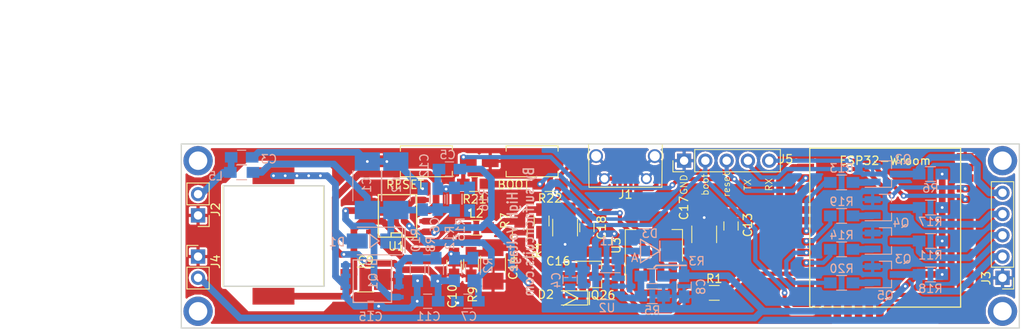
<source format=kicad_pcb>
(kicad_pcb (version 4) (host pcbnew 4.0.7)
  (layers (0 F.Cu signal) (31 B.Cu signal) (36 B.SilkS user) (37 F.SilkS user) (38 B.Mask user) (39 F.Mask user) (44 Edge.Cuts user))
  (net 0 "")
  (net 1 "Net-(C1-Pad1)")
  (net 2 GND)
  (net 3 +170v)
  (net 4 +5V)
  (net 5 "Net-(C5-Pad1)")
  (net 6 "Net-(C5-Pad2)")
  (net 7 "Net-(C7-Pad1)")
  (net 8 +12V)
  (net 9 "Net-(C9-Pad1)")
  (net 10 "Net-(C10-Pad1)")
  (net 11 "Net-(C11-Pad1)")
  (net 12 +3V3)
  (net 13 "Net-(C14-Pad1)")
  (net 14 "Net-(C15-Pad1)")
  (net 15 "Net-(D3-Pad2)")
  (net 16 BL)
  (net 17 LE)
  (net 18 ~DATA)
  (net 19 ~CLK)
  (net 20 ESP_RX)
  (net 21 ESP_TX)
  (net 22 ESP_EN)
  (net 23 ESP_BOOT)
  (net 24 "Net-(Q1-Pad4)")
  (net 25 "Net-(Q1-Pad1)")
  (net 26 "Net-(Q2-Pad1)")
  (net 27 "Net-(Q3-Pad1)")
  (net 28 "Net-(Q4-Pad1)")
  (net 29 "Net-(Q5-Pad1)")
  (net 30 "Net-(Q26-Pad1)")
  (net 31 ~HV_ENABLE)
  (net 32 "Net-(R3-Pad2)")
  (net 33 ~BL)
  (net 34 DATA)
  (net 35 ~LE)
  (net 36 CLK)
  (module Connect:USB_Micro-B (layer F.Cu) (at 198 52.8 180)
    (fp_text reference J1 (at 0 -3.24 180) (layer F.SilkS))
    (fp_text value USB_OTG)
    (pad 1 smd rect (at -1.3 -1.35 270) (size 2 0.4) (layers F.Cu F.Mask) (net 4 +5V))
    (pad 2 smd rect (at -0.65 -1.35 270) (size 2 0.4) (layers F.Cu F.Mask))
    (pad 3 smd rect (at 0 -1.35 270) (size 2 0.4) (layers F.Cu F.Mask))
    (pad 4 smd rect (at 0.65 -1.35 270) (size 2 0.4) (layers F.Cu F.Mask))
    (pad 5 smd rect (at 1.3 -1.35 270) (size 2 0.4) (layers F.Cu F.Mask) (net 2 GND))
    (pad 6 thru_hole circle (at -2.5 -1.35 270) (size 1.3 1.3) (drill 0.9) (layers *.Cu *.Mask) (net 2 GND))
    (pad 6 thru_hole circle (at 2.5 -1.35 270) (size 1.3 1.3) (drill 0.9) (layers *.Cu *.Mask) (net 2 GND))
    (pad 6 thru_hole circle (at -3.5 1.35 270) (size 1.65 1.65) (drill 1.2) (layers *.Cu *.Mask) (net 2 GND))
    (pad 6 thru_hole circle (at 3.5 1.35 270) (size 1.65 1.65) (drill 1.2) (layers *.Cu *.Mask) (net 2 GND))
  )
  (module footprints:ESP32-wroom (layer F.Cu) (at 229 49)
    (fp_text reference U4 hide)
    (fp_text value ESP32-Wroom (at 0 3) (layer F.SilkS))
    (pad 1 smd rect (at -9.49 2.54) (size 2 0.9) (layers F.Cu F.Mask) (net 2 GND))
    (pad 2 smd rect (at -9.49 3.81) (size 2 0.9) (layers F.Cu F.Mask) (net 12 +3V3))
    (pad 3 smd rect (at -9.49 5.08) (size 2 0.9) (layers F.Cu F.Mask) (net 22 ESP_EN))
    (pad 4 smd rect (at -9.49 6.35) (size 2 0.9) (layers F.Cu F.Mask))
    (pad 5 smd rect (at -9.49 7.62) (size 2 0.9) (layers F.Cu F.Mask))
    (pad 6 smd rect (at -9.49 8.89) (size 2 0.9) (layers F.Cu F.Mask))
    (pad 7 smd rect (at -9.49 10.16) (size 2 0.9) (layers F.Cu F.Mask))
    (pad 8 smd rect (at -9.49 11.43) (size 2 0.9) (layers F.Cu F.Mask) (net 33 ~BL))
    (pad 9 smd rect (at -9.49 12.7) (size 2 0.9) (layers F.Cu F.Mask) (net 35 ~LE))
    (pad 10 smd rect (at -9.49 13.97) (size 2 0.9) (layers F.Cu F.Mask) (net 36 CLK))
    (pad 11 smd rect (at -9.49 15.24) (size 2 0.9) (layers F.Cu F.Mask) (net 34 DATA))
    (pad 12 smd rect (at -9.49 16.51) (size 2 0.9) (layers F.Cu F.Mask) (net 31 ~HV_ENABLE))
    (pad 13 smd rect (at -9.49 17.78) (size 2 0.9) (layers F.Cu F.Mask))
    (pad 14 smd rect (at -9.49 19.05) (size 2 0.9) (layers F.Cu F.Mask))
    (pad 15 smd rect (at -5.715 21.09) (size 0.9 2) (layers F.Cu F.Mask) (net 2 GND))
    (pad 16 smd rect (at -4.445 21.09) (size 0.9 2) (layers F.Cu F.Mask))
    (pad 17 smd rect (at -3.175 21.09) (size 0.9 2) (layers F.Cu F.Mask))
    (pad 18 smd rect (at -1.905 21.09) (size 0.9 2) (layers F.Cu F.Mask))
    (pad 19 smd rect (at -0.635 21.09) (size 0.9 2) (layers F.Cu F.Mask))
    (pad 20 smd rect (at 0.635 21.09) (size 0.9 2) (layers F.Cu F.Mask))
    (pad 21 smd rect (at 1.905 21.09) (size 0.9 2) (layers F.Cu F.Mask))
    (pad 22 smd rect (at 3.175 21.09) (size 0.9 2) (layers F.Cu F.Mask))
    (pad 23 smd rect (at 4.445 21.09) (size 0.9 2) (layers F.Cu F.Mask))
    (pad 24 smd rect (at 5.715 21.09) (size 0.9 2) (layers F.Cu F.Mask))
    (pad 25 smd rect (at 9.545 19.05) (size 2 0.9) (layers F.Cu F.Mask) (net 23 ESP_BOOT))
    (pad 26 smd rect (at 9.545 17.78) (size 2 0.9) (layers F.Cu F.Mask))
    (pad 27 smd rect (at 9.545 16.51) (size 2 0.9) (layers F.Cu F.Mask))
    (pad 28 smd rect (at 9.545 15.24) (size 2 0.9) (layers F.Cu F.Mask))
    (pad 29 smd rect (at 9.545 13.97) (size 2 0.9) (layers F.Cu F.Mask))
    (pad 30 smd rect (at 9.545 12.7) (size 2 0.9) (layers F.Cu F.Mask))
    (pad 31 smd rect (at 9.545 11.43) (size 2 0.9) (layers F.Cu F.Mask))
    (pad 32 smd rect (at 9.545 10.16) (size 2 0.9) (layers F.Cu F.Mask))
    (pad 33 smd rect (at 9.545 8.89) (size 2 0.9) (layers F.Cu F.Mask))
    (pad 34 smd rect (at 9.545 7.62) (size 2 0.9) (layers F.Cu F.Mask) (net 20 ESP_RX))
    (pad 35 smd rect (at 9.545 6.35) (size 2 0.9) (layers F.Cu F.Mask) (net 21 ESP_TX))
    (pad 36 smd rect (at 9.545 5.08) (size 2 0.9) (layers F.Cu F.Mask))
    (pad 37 smd rect (at 9.545 3.81) (size 2 0.9) (layers F.Cu F.Mask))
    (pad 38 smd rect (at 9.545 2.54) (size 2 0.9) (layers F.Cu F.Mask) (net 2 GND))
  )
  (module Diodes_SMD:D_SMA (layer B.Cu) (at 168 61.6 180)
    (fp_text reference D1 (at 4.424 -0.122 180) (layer B.SilkS) (effects (justify mirror)))
    (fp_text value ES1D)
    (pad 1 smd rect (at -2 0 180) (size 2.5 1.8) (layers B.Cu B.Mask) (net 1 "Net-(C1-Pad1)"))
    (pad 2 smd rect (at 2 0 180) (size 2.5 1.8) (layers B.Cu B.Mask) (net 14 "Net-(C15-Pad1)"))
  )
  (module Diodes_SMD:D_SOD-323_HandSoldering (layer F.Cu) (at 191.6 68.4 180)
    (fp_text reference D2 (at 3.1 0.4 180) (layer F.SilkS))
    (fp_text value BAT54)
    (pad 1 smd rect (at -1.25 0 180) (size 1 1) (layers F.Cu F.Mask) (net 13 "Net-(C14-Pad1)"))
    (pad 2 smd rect (at 1.25 0 180) (size 1 1) (layers F.Cu F.Mask) (net 6 "Net-(C5-Pad2)"))
  )
  (module Buttons_Switches_SMD:SW_SPST_EVQPE1 (layer F.Cu) (at 186.864 52.07 180)
    (fp_text reference BOOT (at 2.206 -2.794 180) (layer F.SilkS))
    (fp_text value SW_Push)
    (pad 2 smd rect (at 5 0 180) (size 2 1.4) (layers F.Cu F.Mask) (net 2 GND))
    (pad 1 smd rect (at -5 0 180) (size 2 1.4) (layers F.Cu F.Mask) (net 23 ESP_BOOT))
  )
  (module Buttons_Switches_SMD:SW_SPST_EVQPE1 (layer F.Cu) (at 174.244 52.07 180)
    (fp_text reference RESET (at 2.54 -2.794 180) (layer F.SilkS))
    (fp_text value SW_Push)
    (pad 2 smd rect (at 5 0 180) (size 2 1.4) (layers F.Cu F.Mask) (net 2 GND))
    (pad 1 smd rect (at -5 0 180) (size 2 1.4) (layers F.Cu F.Mask) (net 22 ESP_EN))
  )
  (module Resistors_SMD:R_0805_HandSoldering (layer F.Cu) (at 188 59.2 270)
    (fp_text reference R4 (at 3.538 0.548 270) (layer F.SilkS))
    (fp_text value 100K)
    (pad 1 smd rect (at -1.35 0 270) (size 1.5 1.3) (layers F.Cu F.Mask) (net 4 +5V))
    (pad 2 smd rect (at 1.35 0 270) (size 1.5 1.3) (layers F.Cu F.Mask) (net 30 "Net-(Q26-Pad1)"))
  )
  (module Capacitors_SMD:C_1812_HandSoldering (layer B.Cu) (at 167.2 55 90)
    (fp_text reference C1 (at 0.136 -0.068 90) (layer B.SilkS) (effects (justify mirror)))
    (fp_text value "1u 250V")
    (pad 1 smd rect (at -2.9 0 90) (size 2.2 3) (layers B.Cu B.Mask) (net 1 "Net-(C1-Pad1)"))
    (pad 2 smd rect (at 2.9 0 90) (size 2.2 3) (layers B.Cu B.Mask) (net 2 GND))
  )
  (module footprints:MBRM140T3G (layer B.Cu) (at 201.2 62.8 180)
    (fp_text reference D3 (at 0.286 2.094 180) (layer B.SilkS) (effects (justify mirror)))
    (fp_text value MBRM140T3G)
    (fp_text user A (at 2.1 -0.8 180) (layer B.SilkS) (effects (justify mirror)))
    (pad 2 smd rect (at 0.9 0 180) (size 1.27 1.27) (layers B.Cu B.Mask) (net 15 "Net-(D3-Pad2)"))
    (pad 1 smd rect (at -2.3 0 180) (size 2.54 2.54) (layers B.Cu B.Mask) (net 8 +12V))
  )
  (module footprints:murata10uH (layer B.Cu) (at 195.8 63.4)
    (fp_text reference L1 (at 0 -1.8) (layer B.SilkS) (effects (justify mirror)))
    (fp_text value 10u)
    (pad 1 smd rect (at 1.3 0) (size 1.5 2) (layers B.Cu B.Mask) (net 15 "Net-(D3-Pad2)"))
    (pad 2 smd rect (at -1.4 0) (size 1.5 2) (layers B.Cu B.Mask) (net 4 +5V))
  )
  (module WE33uHcut (layer F.Cu) (at 156 61)
    (fp_text reference L3 hide)
    (fp_text value 33u hide)
    (pad 1 smd rect (at 0 -7.2) (size 5 2) (layers F.Cu F.Mask) (net 14 "Net-(C15-Pad1)"))
    (pad 2 smd rect (at 0 7.2) (size 5 2) (layers F.Cu F.Mask) (net 9 "Net-(C9-Pad1)"))
  )
  (module Capacitors_SMD:C_1812_HandSoldering (layer B.Cu) (at 170.6 55 90)
    (fp_text reference C2 (at 0.136 0.088 90) (layer B.SilkS) (effects (justify mirror)))
    (fp_text value "1u 250V")
    (pad 1 smd rect (at -2.9 0 90) (size 2.2 3) (layers B.Cu B.Mask) (net 1 "Net-(C1-Pad1)"))
    (pad 2 smd rect (at 2.9 0 90) (size 2.2 3) (layers B.Cu B.Mask) (net 2 GND))
  )
  (module Capacitors_SMD:C_0805_HandSoldering (layer B.Cu) (at 152.2 51.6)
    (fp_text reference C3 (at 3.248 0.216) (layer B.SilkS) (effects (justify mirror)))
    (fp_text value "0.1u 250V")
    (pad 1 smd rect (at -1.25 0) (size 1.5 1.25) (layers B.Cu B.Mask) (net 3 +170v))
    (pad 2 smd rect (at 1.25 0) (size 1.5 1.25) (layers B.Cu B.Mask) (net 2 GND))
  )
  (module Capacitors_SMD:C_0805_HandSoldering (layer B.Cu) (at 191.4 66.2 90)
    (fp_text reference C4 (at -0.094 -1.662 90) (layer B.SilkS) (effects (justify mirror)))
    (fp_text value 2.2u)
    (pad 1 smd rect (at -1.25 0 90) (size 1.5 1.25) (layers B.Cu B.Mask) (net 4 +5V))
    (pad 2 smd rect (at 1.25 0 90) (size 1.5 1.25) (layers B.Cu B.Mask) (net 2 GND))
  )
  (module Capacitors_SMD:C_0805_HandSoldering (layer B.Cu) (at 177 53)
    (fp_text reference C5 (at -0.216 -1.692) (layer B.SilkS) (effects (justify mirror)))
    (fp_text value 220p)
    (pad 1 smd rect (at -1.25 0) (size 1.5 1.25) (layers B.Cu B.Mask) (net 5 "Net-(C5-Pad1)"))
    (pad 2 smd rect (at 1.25 0) (size 1.5 1.25) (layers B.Cu B.Mask) (net 6 "Net-(C5-Pad2)"))
  )
  (module Capacitors_SMD:C_0805_HandSoldering (layer B.Cu) (at 175.6 56.6 90)
    (fp_text reference C6 (at -3.09 -0.34 90) (layer B.SilkS) (effects (justify mirror)))
    (fp_text value "100p 250V")
    (pad 1 smd rect (at -1.25 0 90) (size 1.5 1.25) (layers B.Cu B.Mask) (net 1 "Net-(C1-Pad1)"))
    (pad 2 smd rect (at 1.25 0 90) (size 1.5 1.25) (layers B.Cu B.Mask) (net 5 "Net-(C5-Pad1)"))
  )
  (module Capacitors_SMD:C_0805_HandSoldering (layer B.Cu) (at 179.2 68.8 180)
    (fp_text reference C7 (at -0.124 -1.812 180) (layer B.SilkS) (effects (justify mirror)))
    (fp_text value 430p)
    (pad 1 smd rect (at -1.25 0 180) (size 1.5 1.25) (layers B.Cu B.Mask) (net 7 "Net-(C7-Pad1)"))
    (pad 2 smd rect (at 1.25 0 180) (size 1.5 1.25) (layers B.Cu B.Mask) (net 2 GND))
  )
  (module Capacitors_SMD:C_0805_HandSoldering (layer B.Cu) (at 205 67 270)
    (fp_text reference C8 (at 0.056 -2.01 270) (layer B.SilkS) (effects (justify mirror)))
    (fp_text value 10u)
    (pad 1 smd rect (at -1.25 0 270) (size 1.5 1.25) (layers B.Cu B.Mask) (net 8 +12V))
    (pad 2 smd rect (at 1.25 0 270) (size 1.5 1.25) (layers B.Cu B.Mask) (net 2 GND))
  )
  (module Capacitors_SMD:C_1210_HandSoldering (layer F.Cu) (at 167 66.2)
    (fp_text reference C9 (at 0 -2.25) (layer F.SilkS))
    (fp_text value "100u 16V")
    (pad 1 smd rect (at -2 0) (size 2 2.5) (layers F.Cu F.Mask) (net 9 "Net-(C9-Pad1)"))
    (pad 2 smd rect (at 2 0) (size 2 2.5) (layers F.Cu F.Mask) (net 2 GND))
  )
  (module Capacitors_SMD:C_0805_HandSoldering (layer F.Cu) (at 177.546 64.4 270)
    (fp_text reference C10 (at 3.8 0.2 270) (layer F.SilkS))
    (fp_text value "0.1u 16V")
    (pad 1 smd rect (at -1.25 0 270) (size 1.5 1.25) (layers F.Cu F.Mask) (net 10 "Net-(C10-Pad1)"))
    (pad 2 smd rect (at 1.25 0 270) (size 1.5 1.25) (layers F.Cu F.Mask) (net 2 GND))
  )
  (module Capacitors_SMD:C_0805_HandSoldering (layer B.Cu) (at 174.4 68.8 180)
    (fp_text reference C11 (at -0.098 -1.812 180) (layer B.SilkS) (effects (justify mirror)))
    (fp_text value 1n)
    (pad 1 smd rect (at -1.25 0 180) (size 1.5 1.25) (layers B.Cu B.Mask) (net 11 "Net-(C11-Pad1)"))
    (pad 2 smd rect (at 1.25 0 180) (size 1.5 1.25) (layers B.Cu B.Mask) (net 2 GND))
  )
  (module Capacitors_SMD:C_0805_HandSoldering (layer B.Cu) (at 173.8 56.6 90)
    (fp_text reference C12 (at 4.022 0.19 90) (layer B.SilkS) (effects (justify mirror)))
    (fp_text value "0.1u 250V")
    (pad 1 smd rect (at -1.25 0 90) (size 1.5 1.25) (layers B.Cu B.Mask) (net 1 "Net-(C1-Pad1)"))
    (pad 2 smd rect (at 1.25 0 90) (size 1.5 1.25) (layers B.Cu B.Mask) (net 2 GND))
  )
  (module Capacitors_SMD:C_0805_HandSoldering (layer F.Cu) (at 210.6 59.8 90)
    (fp_text reference C13 (at 0.11 1.998 90) (layer F.SilkS))
    (fp_text value 1u)
    (pad 1 smd rect (at -1.25 0 90) (size 1.5 1.25) (layers F.Cu F.Mask) (net 12 +3V3))
    (pad 2 smd rect (at 1.25 0 90) (size 1.5 1.25) (layers F.Cu F.Mask) (net 2 GND))
  )
  (module Capacitors_SMD:C_1210_HandSoldering (layer F.Cu) (at 182.2 64.4 270)
    (fp_text reference C14 (at 0.4 -2.4 270) (layer F.SilkS))
    (fp_text value "47u 16V")
    (pad 1 smd rect (at -2 0 270) (size 2 2.5) (layers F.Cu F.Mask) (net 13 "Net-(C14-Pad1)"))
    (pad 2 smd rect (at 2 0 270) (size 2 2.5) (layers F.Cu F.Mask) (net 2 GND))
  )
  (module Capacitors_SMD:C_0603_HandSoldering (layer B.Cu) (at 167.6 69.4)
    (fp_text reference C15 (at 0 1.25) (layer B.SilkS) (effects (justify mirror)))
    (fp_text value "560p 250V")
    (pad 1 smd rect (at -0.95 0) (size 1.2 0.75) (layers B.Cu B.Mask) (net 14 "Net-(C15-Pad1)"))
    (pad 2 smd rect (at 0.95 0) (size 1.2 0.75) (layers B.Cu B.Mask) (net 2 GND))
  )
  (module Capacitors_SMD:C_1210_HandSoldering (layer F.Cu) (at 190.8 60 270)
    (fp_text reference C16 (at 4.008 0.808 360) (layer F.SilkS))
    (fp_text value "100u 16V")
    (pad 1 smd rect (at -2 0 270) (size 2 2.5) (layers F.Cu F.Mask) (net 4 +5V))
    (pad 2 smd rect (at 2 0 270) (size 2 2.5) (layers F.Cu F.Mask) (net 2 GND))
  )
  (module Capacitors_SMD:C_1210_HandSoldering (layer F.Cu) (at 207.4 60.8 90)
    (fp_text reference C17 (at 3.142 -2.422 90) (layer F.SilkS))
    (fp_text value 100u)
    (pad 1 smd rect (at -2 0 90) (size 2 2.5) (layers F.Cu F.Mask) (net 12 +3V3))
    (pad 2 smd rect (at 2 0 90) (size 2 2.5) (layers F.Cu F.Mask) (net 2 GND))
  )
  (module Capacitors_SMD:C_0805_HandSoldering (layer F.Cu) (at 193.4 60 270)
    (fp_text reference C18 (at 0 -1.75 270) (layer F.SilkS))
    (fp_text value 0.1u)
    (pad 1 smd rect (at -1.25 0 270) (size 1.5 1.25) (layers F.Cu F.Mask) (net 4 +5V))
    (pad 2 smd rect (at 1.25 0 270) (size 1.5 1.25) (layers F.Cu F.Mask) (net 2 GND))
  )
  (module Pin_Headers:Pin_Header_Straight_1x02_Pitch2.54mm (layer F.Cu) (at 147 58.54 180)
    (fp_text reference J2 (at -2.098 0.688 270) (layer F.SilkS))
    (fp_text value Conn_01x02_Female)
    (pad 1 thru_hole rect (at 0 0 180) (size 1.7 1.7) (drill 1) (layers *.Cu *.Mask) (net 2 GND))
    (pad 2 thru_hole oval (at 0 2.54 180) (size 1.7 1.7) (drill 1) (layers *.Cu *.Mask) (net 3 +170v))
  )
  (module Pin_Headers:Pin_Header_Straight_1x02_Pitch2.54mm (layer F.Cu) (at 147 63.46)
    (fp_text reference J4 (at 2.098 0.608 90) (layer F.SilkS))
    (fp_text value Conn_01x02_Female)
    (pad 1 thru_hole rect (at 0 0) (size 1.7 1.7) (drill 1) (layers *.Cu *.Mask) (net 2 GND))
    (pad 2 thru_hole oval (at 0 2.54) (size 1.7 1.7) (drill 1) (layers *.Cu *.Mask) (net 8 +12V))
  )
  (module Pin_Headers:Pin_Header_Straight_1x05_Pitch2.54mm (layer F.Cu) (at 205 52 90)
    (fp_text reference J5 (at 0.184 12.17 180) (layer F.SilkS))
    (fp_text value Conn_01x05_Female)
    (pad 1 thru_hole rect (at 0 0 90) (size 1.7 1.7) (drill 1) (layers *.Cu *.Mask) (net 2 GND))
    (pad 2 thru_hole oval (at 0 2.54 90) (size 1.7 1.7) (drill 1) (layers *.Cu *.Mask) (net 23 ESP_BOOT))
    (pad 3 thru_hole oval (at 0 5.08 90) (size 1.7 1.7) (drill 1) (layers *.Cu *.Mask) (net 22 ESP_EN))
    (pad 4 thru_hole oval (at 0 7.62 90) (size 1.7 1.7) (drill 1) (layers *.Cu *.Mask) (net 21 ESP_TX))
    (pad 5 thru_hole oval (at 0 10.16 90) (size 1.7 1.7) (drill 1) (layers *.Cu *.Mask) (net 20 ESP_RX))
  )
  (module Resistors_SMD:R_0805_HandSoldering (layer F.Cu) (at 180.2 60)
    (fp_text reference L2 (at 0 -1.7) (layer F.SilkS))
    (fp_text value "60Ohm 100MHz")
    (pad 1 smd rect (at -1.35 0) (size 1.5 1.3) (layers F.Cu F.Mask) (net 9 "Net-(C9-Pad1)"))
    (pad 2 smd rect (at 1.35 0) (size 1.5 1.3) (layers F.Cu F.Mask) (net 4 +5V))
  )
  (module Resistors_SMD:R_0805_HandSoldering (layer B.Cu) (at 152.2 53.4)
    (fp_text reference L5 (at -3.102 0.448) (layer B.SilkS) (effects (justify mirror)))
    (fp_text value "60Ohm 100MHz")
    (pad 1 smd rect (at -1.35 0) (size 1.5 1.3) (layers B.Cu B.Mask) (net 3 +170v))
    (pad 2 smd rect (at 1.35 0) (size 1.5 1.3) (layers B.Cu B.Mask) (net 1 "Net-(C1-Pad1)"))
  )
  (module SMD_Packages:SOIC-8-N (layer B.Cu) (at 167.8 66.4 270)
    (fp_text reference Q1 (at 0 -0.094 270) (layer B.SilkS) (effects (justify mirror)))
    (fp_text value FDS2672)
    (pad 8 smd rect (at -1.905 3.175 270) (size 0.508 1.143) (layers B.Cu B.Mask) (net 14 "Net-(C15-Pad1)"))
    (pad 7 smd rect (at -0.635 3.175 270) (size 0.508 1.143) (layers B.Cu B.Mask) (net 14 "Net-(C15-Pad1)"))
    (pad 6 smd rect (at 0.635 3.175 270) (size 0.508 1.143) (layers B.Cu B.Mask) (net 14 "Net-(C15-Pad1)"))
    (pad 5 smd rect (at 1.905 3.175 270) (size 0.508 1.143) (layers B.Cu B.Mask) (net 14 "Net-(C15-Pad1)"))
    (pad 4 smd rect (at 1.905 -3.175 270) (size 0.508 1.143) (layers B.Cu B.Mask) (net 24 "Net-(Q1-Pad4)"))
    (pad 3 smd rect (at 0.635 -3.175 270) (size 0.508 1.143) (layers B.Cu B.Mask) (net 25 "Net-(Q1-Pad1)"))
    (pad 2 smd rect (at -0.635 -3.175 270) (size 0.508 1.143) (layers B.Cu B.Mask) (net 25 "Net-(Q1-Pad1)"))
    (pad 1 smd rect (at -1.905 -3.175 270) (size 0.508 1.143) (layers B.Cu B.Mask) (net 25 "Net-(Q1-Pad1)"))
  )
  (module TO_SOT_Packages_SMD:SOT-23_Handsoldering (layer B.Cu) (at 229 53.6)
    (fp_text reference Q2 (at 2.14 -1.784) (layer B.SilkS) (effects (justify mirror)))
    (fp_text value BSS138)
    (pad 1 smd rect (at -1.5 0.95) (size 1.9 0.8) (layers B.Cu B.Mask) (net 26 "Net-(Q2-Pad1)"))
    (pad 2 smd rect (at -1.5 -0.95) (size 1.9 0.8) (layers B.Cu B.Mask) (net 2 GND))
    (pad 3 smd rect (at 1.5 0) (size 1.9 0.8) (layers B.Cu B.Mask) (net 16 BL))
  )
  (module TO_SOT_Packages_SMD:SOT-23_Handsoldering (layer B.Cu) (at 229 61.6)
    (fp_text reference Q3 (at 2.14 2.154) (layer B.SilkS) (effects (justify mirror)))
    (fp_text value BSS138)
    (pad 1 smd rect (at -1.5 0.95) (size 1.9 0.8) (layers B.Cu B.Mask) (net 27 "Net-(Q3-Pad1)"))
    (pad 2 smd rect (at -1.5 -0.95) (size 1.9 0.8) (layers B.Cu B.Mask) (net 2 GND))
    (pad 3 smd rect (at 1.5 0) (size 1.9 0.8) (layers B.Cu B.Mask) (net 18 ~DATA))
  )
  (module TO_SOT_Packages_SMD:SOT-23_Handsoldering (layer B.Cu) (at 229 57.6)
    (fp_text reference Q4 (at 1.886 1.836) (layer B.SilkS) (effects (justify mirror)))
    (fp_text value BSS138)
    (pad 1 smd rect (at -1.5 0.95) (size 1.9 0.8) (layers B.Cu B.Mask) (net 28 "Net-(Q4-Pad1)"))
    (pad 2 smd rect (at -1.5 -0.95) (size 1.9 0.8) (layers B.Cu B.Mask) (net 2 GND))
    (pad 3 smd rect (at 1.5 0) (size 1.9 0.8) (layers B.Cu B.Mask) (net 17 LE))
  )
  (module TO_SOT_Packages_SMD:SOT-23_Handsoldering (layer B.Cu) (at 229 65.6)
    (fp_text reference Q5 (at 0 2.5) (layer B.SilkS) (effects (justify mirror)))
    (fp_text value BSS138)
    (pad 1 smd rect (at -1.5 0.95) (size 1.9 0.8) (layers B.Cu B.Mask) (net 29 "Net-(Q5-Pad1)"))
    (pad 2 smd rect (at -1.5 -0.95) (size 1.9 0.8) (layers B.Cu B.Mask) (net 2 GND))
    (pad 3 smd rect (at 1.5 0) (size 1.9 0.8) (layers B.Cu B.Mask) (net 19 ~CLK))
  )
  (module TO_SOT_Packages_SMD:SOT-23_Handsoldering (layer F.Cu) (at 194.4 65.6)
    (fp_text reference Q26 (at 0.926 2.472) (layer F.SilkS))
    (fp_text value MMBTA42)
    (pad 1 smd rect (at -1.5 -0.95) (size 1.9 0.8) (layers F.Cu F.Mask) (net 30 "Net-(Q26-Pad1)"))
    (pad 2 smd rect (at -1.5 0.95) (size 1.9 0.8) (layers F.Cu F.Mask) (net 13 "Net-(C14-Pad1)"))
    (pad 3 smd rect (at 1.5 0) (size 1.9 0.8) (layers F.Cu F.Mask) (net 2 GND))
  )
  (module Resistors_SMD:R_0805_HandSoldering (layer F.Cu) (at 208.6 67.8)
    (fp_text reference R1 (at 0 -1.7) (layer F.SilkS))
    (fp_text value 1K)
    (pad 1 smd rect (at -1.35 0) (size 1.5 1.3) (layers F.Cu F.Mask) (net 30 "Net-(Q26-Pad1)"))
    (pad 2 smd rect (at 1.35 0) (size 1.5 1.3) (layers F.Cu F.Mask) (net 31 ~HV_ENABLE))
  )
  (module Resistors_SMD:R_0805_HandSoldering (layer B.Cu) (at 179.8 65 270)
    (fp_text reference R2 (at -0.484 -1.81 270) (layer B.SilkS) (effects (justify mirror)))
    (fp_text value 60.4K)
    (pad 1 smd rect (at -1.35 0 270) (size 1.5 1.3) (layers B.Cu B.Mask) (net 10 "Net-(C10-Pad1)"))
    (pad 2 smd rect (at 1.35 0 270) (size 1.5 1.3) (layers B.Cu B.Mask) (net 7 "Net-(C7-Pad1)"))
  )
  (module Resistors_SMD:R_0805_HandSoldering (layer B.Cu) (at 201.2 65.8 180)
    (fp_text reference R3 (at -5.302 1.792 180) (layer B.SilkS) (effects (justify mirror)))
    (fp_text value 40.2K)
    (pad 1 smd rect (at -1.35 0 180) (size 1.5 1.3) (layers B.Cu B.Mask) (net 8 +12V))
    (pad 2 smd rect (at 1.35 0 180) (size 1.5 1.3) (layers B.Cu B.Mask) (net 32 "Net-(R3-Pad2)"))
  )
  (module Resistors_SMD:R_0805_HandSoldering (layer B.Cu) (at 201.2 68.2)
    (fp_text reference R5 (at 0 1.7) (layer B.SilkS) (effects (justify mirror)))
    (fp_text value 4.7K)
    (pad 1 smd rect (at -1.35 0) (size 1.5 1.3) (layers B.Cu B.Mask) (net 32 "Net-(R3-Pad2)"))
    (pad 2 smd rect (at 1.35 0) (size 1.5 1.3) (layers B.Cu B.Mask) (net 2 GND))
  )
  (module Resistors_SMD:R_0805_HandSoldering (layer B.Cu) (at 234.4 53.6)
    (fp_text reference R6 (at 0 1.7) (layer B.SilkS) (effects (justify mirror)))
    (fp_text value 10K)
    (pad 1 smd rect (at -1.35 0) (size 1.5 1.3) (layers B.Cu B.Mask) (net 16 BL))
    (pad 2 smd rect (at 1.35 0) (size 1.5 1.3) (layers B.Cu B.Mask) (net 8 +12V))
  )
  (module Resistors_SMD:R_0805_HandSoldering (layer F.Cu) (at 185.4 60.6 270)
    (fp_text reference R7 (at -1.418 1.758 270) (layer F.SilkS))
    (fp_text value 2K)
    (pad 1 smd rect (at -1.35 0 270) (size 1.5 1.3) (layers F.Cu F.Mask) (net 4 +5V))
    (pad 2 smd rect (at 1.35 0 270) (size 1.5 1.3) (layers F.Cu F.Mask) (net 13 "Net-(C14-Pad1)"))
  )
  (module Resistors_SMD:R_0805_HandSoldering (layer B.Cu) (at 175.4 65 270)
    (fp_text reference R8 (at -3.024 0.648 270) (layer B.SilkS) (effects (justify mirror)))
    (fp_text value 1K)
    (pad 1 smd rect (at -1.35 0 270) (size 1.5 1.3) (layers B.Cu B.Mask) (net 25 "Net-(Q1-Pad1)"))
    (pad 2 smd rect (at 1.35 0 270) (size 1.5 1.3) (layers B.Cu B.Mask) (net 11 "Net-(C11-Pad1)"))
  )
  (module Resistors_SMD:R_0805_HandSoldering (layer F.Cu) (at 179.578 64.4 270)
    (fp_text reference R9 (at 3.6 -0.2 270) (layer F.SilkS))
    (fp_text value 100K)
    (pad 1 smd rect (at -1.35 0 270) (size 1.5 1.3) (layers F.Cu F.Mask) (net 13 "Net-(C14-Pad1)"))
    (pad 2 smd rect (at 1.35 0 270) (size 1.5 1.3) (layers F.Cu F.Mask) (net 2 GND))
  )
  (module Resistors_SMD:R_0805_HandSoldering (layer B.Cu) (at 173.2 65 270)
    (fp_text reference R10 (at -3.532 0.226 270) (layer B.SilkS) (effects (justify mirror)))
    (fp_text value "0.1 1/2W")
    (pad 1 smd rect (at -1.35 0 270) (size 1.5 1.3) (layers B.Cu B.Mask) (net 25 "Net-(Q1-Pad1)"))
    (pad 2 smd rect (at 1.35 0 270) (size 1.5 1.3) (layers B.Cu B.Mask) (net 2 GND))
  )
  (module Resistors_SMD:R_0805_HandSoldering (layer B.Cu) (at 234.4 61.6)
    (fp_text reference R11 (at 0 1.7) (layer B.SilkS) (effects (justify mirror)))
    (fp_text value 10K)
    (pad 1 smd rect (at -1.35 0) (size 1.5 1.3) (layers B.Cu B.Mask) (net 18 ~DATA))
    (pad 2 smd rect (at 1.35 0) (size 1.5 1.3) (layers B.Cu B.Mask) (net 8 +12V))
  )
  (module Resistors_SMD:R_0805_HandSoldering (layer B.Cu) (at 177.6 65 90)
    (fp_text reference R12 (at 3.786 -0.562 90) (layer B.SilkS) (effects (justify mirror)))
    (fp_text value 4.12K)
    (pad 1 smd rect (at -1.35 0 90) (size 1.5 1.3) (layers B.Cu B.Mask) (net 11 "Net-(C11-Pad1)"))
    (pad 2 smd rect (at 1.35 0 90) (size 1.5 1.3) (layers B.Cu B.Mask) (net 10 "Net-(C10-Pad1)"))
  )
  (module Resistors_SMD:R_0805_HandSoldering (layer B.Cu) (at 223.8 54.6 180)
    (fp_text reference R13 (at 0 1.7 180) (layer B.SilkS) (effects (justify mirror)))
    (fp_text value 10K)
    (pad 1 smd rect (at -1.35 0 180) (size 1.5 1.3) (layers B.Cu B.Mask) (net 26 "Net-(Q2-Pad1)"))
    (pad 2 smd rect (at 1.35 0 180) (size 1.5 1.3) (layers B.Cu B.Mask) (net 33 ~BL))
  )
  (module Resistors_SMD:R_0805_HandSoldering (layer B.Cu) (at 223.8 62.6 180)
    (fp_text reference R14 (at 0 1.7 180) (layer B.SilkS) (effects (justify mirror)))
    (fp_text value 10K)
    (pad 1 smd rect (at -1.35 0 180) (size 1.5 1.3) (layers B.Cu B.Mask) (net 27 "Net-(Q3-Pad1)"))
    (pad 2 smd rect (at 1.35 0 180) (size 1.5 1.3) (layers B.Cu B.Mask) (net 34 DATA))
  )
  (module Resistors_SMD:R_0805_HandSoldering (layer B.Cu) (at 177.6 56.6 90)
    (fp_text reference R15 (at -3.598 0.708 90) (layer B.SilkS) (effects (justify mirror)))
    (fp_text value 634K)
    (pad 1 smd rect (at -1.35 0 90) (size 1.5 1.3) (layers B.Cu B.Mask) (net 1 "Net-(C1-Pad1)"))
    (pad 2 smd rect (at 1.35 0 90) (size 1.5 1.3) (layers B.Cu B.Mask) (net 5 "Net-(C5-Pad1)"))
  )
  (module Resistors_SMD:R_0805_HandSoldering (layer B.Cu) (at 179.4 56.6 270)
    (fp_text reference R16 (at 0.042 -1.702 270) (layer B.SilkS) (effects (justify mirror)))
    (fp_text value 7.68K)
    (pad 1 smd rect (at -1.35 0 270) (size 1.5 1.3) (layers B.Cu B.Mask) (net 5 "Net-(C5-Pad1)"))
    (pad 2 smd rect (at 1.35 0 270) (size 1.5 1.3) (layers B.Cu B.Mask) (net 2 GND))
  )
  (module Resistors_SMD:R_0805_HandSoldering (layer B.Cu) (at 234.4 57.6)
    (fp_text reference R17 (at 0 1.7) (layer B.SilkS) (effects (justify mirror)))
    (fp_text value 10K)
    (pad 1 smd rect (at -1.35 0) (size 1.5 1.3) (layers B.Cu B.Mask) (net 17 LE))
    (pad 2 smd rect (at 1.35 0) (size 1.5 1.3) (layers B.Cu B.Mask) (net 8 +12V))
  )
  (module Resistors_SMD:R_0805_HandSoldering (layer B.Cu) (at 234.4 65.6)
    (fp_text reference R18 (at 0 1.7) (layer B.SilkS) (effects (justify mirror)))
    (fp_text value 10K)
    (pad 1 smd rect (at -1.35 0) (size 1.5 1.3) (layers B.Cu B.Mask) (net 19 ~CLK))
    (pad 2 smd rect (at 1.35 0) (size 1.5 1.3) (layers B.Cu B.Mask) (net 8 +12V))
  )
  (module Resistors_SMD:R_0805_HandSoldering (layer B.Cu) (at 223.8 58.6 180)
    (fp_text reference R19 (at 0 1.7 180) (layer B.SilkS) (effects (justify mirror)))
    (fp_text value 10K)
    (pad 1 smd rect (at -1.35 0 180) (size 1.5 1.3) (layers B.Cu B.Mask) (net 28 "Net-(Q4-Pad1)"))
    (pad 2 smd rect (at 1.35 0 180) (size 1.5 1.3) (layers B.Cu B.Mask) (net 35 ~LE))
  )
  (module Resistors_SMD:R_0805_HandSoldering (layer B.Cu) (at 223.8 66.6 180)
    (fp_text reference R20 (at 0 1.7 180) (layer B.SilkS) (effects (justify mirror)))
    (fp_text value 10K)
    (pad 1 smd rect (at -1.35 0 180) (size 1.5 1.3) (layers B.Cu B.Mask) (net 29 "Net-(Q5-Pad1)"))
    (pad 2 smd rect (at 1.35 0 180) (size 1.5 1.3) (layers B.Cu B.Mask) (net 36 CLK))
  )
  (module Resistors_SMD:R_0805_HandSoldering (layer F.Cu) (at 180 54.8)
    (fp_text reference R21 (at 0 1.8) (layer F.SilkS))
    (fp_text value 10K)
    (pad 1 smd rect (at -1.35 0) (size 1.5 1.3) (layers F.Cu F.Mask) (net 22 ESP_EN))
    (pad 2 smd rect (at 1.35 0) (size 1.5 1.3) (layers F.Cu F.Mask) (net 12 +3V3))
  )
  (module Resistors_SMD:R_0805_HandSoldering (layer F.Cu) (at 189 54.8 180)
    (fp_text reference R22 (at 0 -1.7 180) (layer F.SilkS))
    (fp_text value 10K)
    (pad 1 smd rect (at -1.35 0 180) (size 1.5 1.3) (layers F.Cu F.Mask) (net 23 ESP_BOOT))
    (pad 2 smd rect (at 1.35 0 180) (size 1.5 1.3) (layers F.Cu F.Mask) (net 12 +3V3))
  )
  (module SMD_Packages:SOIC-8-N (layer F.Cu) (at 170.8 58.6 90)
    (fp_text reference U1 (at -3.63 -0.112 180) (layer F.SilkS))
    (fp_text value UCC3803)
    (pad 8 smd rect (at -1.905 -3.175 90) (size 0.508 1.143) (layers F.Cu F.Mask) (net 10 "Net-(C10-Pad1)"))
    (pad 7 smd rect (at -0.635 -3.175 90) (size 0.508 1.143) (layers F.Cu F.Mask) (net 9 "Net-(C9-Pad1)"))
    (pad 6 smd rect (at 0.635 -3.175 90) (size 0.508 1.143) (layers F.Cu F.Mask) (net 24 "Net-(Q1-Pad4)"))
    (pad 5 smd rect (at 1.905 -3.175 90) (size 0.508 1.143) (layers F.Cu F.Mask) (net 2 GND))
    (pad 4 smd rect (at 1.905 3.175 90) (size 0.508 1.143) (layers F.Cu F.Mask) (net 7 "Net-(C7-Pad1)"))
    (pad 3 smd rect (at 0.635 3.175 90) (size 0.508 1.143) (layers F.Cu F.Mask) (net 11 "Net-(C11-Pad1)"))
    (pad 2 smd rect (at -0.635 3.175 90) (size 0.508 1.143) (layers F.Cu F.Mask) (net 5 "Net-(C5-Pad1)"))
    (pad 1 smd rect (at -1.905 3.175 90) (size 0.508 1.143) (layers F.Cu F.Mask) (net 6 "Net-(C5-Pad2)"))
  )
  (module TO_SOT_Packages_SMD:SOT-23-5_HandSoldering (layer B.Cu) (at 195.8 67 180)
    (fp_text reference U2 (at 0 -2.596 180) (layer B.SilkS) (effects (justify mirror)))
    (fp_text value MIC2288)
    (pad 1 smd rect (at -1.35 0.95 180) (size 1.56 0.65) (layers B.Cu B.Mask) (net 15 "Net-(D3-Pad2)"))
    (pad 2 smd rect (at -1.35 0 180) (size 1.56 0.65) (layers B.Cu B.Mask) (net 2 GND))
    (pad 3 smd rect (at -1.35 -0.95 180) (size 1.56 0.65) (layers B.Cu B.Mask) (net 32 "Net-(R3-Pad2)"))
    (pad 4 smd rect (at 1.35 -0.95 180) (size 1.56 0.65) (layers B.Cu B.Mask) (net 4 +5V))
    (pad 5 smd rect (at 1.35 0.95 180) (size 1.56 0.65) (layers B.Cu B.Mask) (net 4 +5V))
  )
  (module TO_SOT_Packages_SMD:SOT-223-5 (layer F.Cu) (at 201.4 62.2 90)
    (fp_text reference U3 (at 0.0625 -4.5 90) (layer F.SilkS))
    (fp_text value LP38690)
    (pad 4 smd rect (at -3.05 2.25 90) (size 2.2 1) (layers F.Cu F.Mask) (net 4 +5V))
    (pad 2 smd rect (at -3.05 -0.75 90) (size 2.2 1) (layers F.Cu F.Mask))
    (pad 5 smd rect (at 3.25 0 90) (size 1.8 3.4) (layers F.Cu F.Mask) (net 2 GND))
    (pad 3 smd rect (at -3.05 0.75 90) (size 2.2 1) (layers F.Cu F.Mask) (net 12 +3V3))
    (pad 1 smd rect (at -3.05 -2.25 90) (size 2.2 1) (layers F.Cu F.Mask) (net 4 +5V))
  )
  (module Mounting_Holes:MountingHole_2.2mm_M2_ISO7380_Pad (layer F.Cu) (at 243 52)
    (fp_text reference REF** hide)
    (fp_text value MountingHole_2.2mm_M2_ISO7380_Pad)
    (pad 1 thru_hole circle (at 0 0) (size 3.5 3.5) (drill 2.2) (layers *.Cu *.Mask))
  )
  (module Mounting_Holes:MountingHole_2.2mm_M2_ISO7380_Pad (layer F.Cu) (at 243 70)
    (fp_text reference REF** hide)
    (fp_text value MountingHole_2.2mm_M2_ISO7380_Pad)
    (pad 1 thru_hole circle (at 0 0) (size 3.5 3.5) (drill 2.2) (layers *.Cu *.Mask))
  )
  (module Mounting_Holes:MountingHole_2.2mm_M2_ISO7380_Pad (layer F.Cu) (at 147 70)
    (fp_text reference REF** hide)
    (fp_text value MountingHole_2.2mm_M2_ISO7380_Pad)
    (pad 1 thru_hole circle (at 0 0) (size 3.5 3.5) (drill 2.2) (layers *.Cu *.Mask))
  )
  (module Mounting_Holes:MountingHole_2.2mm_M2_ISO7380_Pad (layer F.Cu) (at 147 52)
    (fp_text reference REF** hide)
    (fp_text value MountingHole_2.2mm_M2_ISO7380_Pad)
    (pad 1 thru_hole circle (at 0 0) (size 3.5 3.5) (drill 2.2) (layers *.Cu *.Mask))
  )
  (module Pin_Headers:Pin_Header_Straight_1x05_Pitch2.54mm (layer F.Cu) (at 243 66 180)
    (fp_text reference J3 (at 1.954 -0.04 270) (layer F.SilkS))
    (fp_text value Conn_01x05_Female)
    (pad 1 thru_hole rect (at 0 0 180) (size 1.7 1.7) (drill 1) (layers *.Cu *.Mask) (net 2 GND))
    (pad 2 thru_hole oval (at 0 2.54 180) (size 1.7 1.7) (drill 1) (layers *.Cu *.Mask) (net 19 ~CLK))
    (pad 3 thru_hole oval (at 0 5.08 180) (size 1.7 1.7) (drill 1) (layers *.Cu *.Mask) (net 18 ~DATA))
    (pad 4 thru_hole oval (at 0 7.62 180) (size 1.7 1.7) (drill 1) (layers *.Cu *.Mask) (net 17 LE))
    (pad 5 thru_hole oval (at 0 10.16 180) (size 1.7 1.7) (drill 1) (layers *.Cu *.Mask) (net 16 BL))
  )
  (gr_text "High Voltage\nBy surfncircuits.com" (at 185.5 60.5 90) (layer B.SilkS) (effects (font (size 1.2 1) (thickness 0.2)) (justify mirror)))
  (gr_text RX (at 215.138 54.864 90) (layer F.SilkS) (effects (font (size 0.8 0.8) (thickness 0.1))))
  (gr_text TX (at 212.598 54.864 90) (layer F.SilkS) (effects (font (size 0.8 0.8) (thickness 0.1))))
  (gr_text reset (at 210.058 54.864 90) (layer F.SilkS) (effects (font (size 0.8 0.8) (thickness 0.1))))
  (gr_text boot (at 207.518 54.864 90) (layer F.SilkS) (effects (font (size 0.8 0.8) (thickness 0.1))))
  (gr_text GND (at 204.978 54.864 90) (layer F.SilkS) (effects (font (size 0.8 0.8) (thickness 0.1))))
  (gr_line (start 201.676 64.516) (end 201.422 64.77) (layer B.SilkS) (width 0.2))
  (gr_line (start 205.232 64.516) (end 201.676 64.516) (layer B.SilkS) (width 0.2))
  (gr_line (start 150.062 67) (end 150.062 55) (angle 90) (layer Edge.Cuts) (width 0.15))
  (gr_line (start 162.062 67) (end 150.062 67) (angle 90) (layer Edge.Cuts) (width 0.15))
  (gr_line (start 162.062 55) (end 162.062 67) (angle 90) (layer Edge.Cuts) (width 0.15))
  (gr_line (start 150.062 55) (end 162.062 55) (angle 90) (layer Edge.Cuts) (width 0.15))
  (gr_line (start 145 72) (end 145 70) (angle 90) (layer Edge.Cuts) (width 0.15))
  (gr_line (start 245 72) (end 245 70) (angle 90) (layer Edge.Cuts) (width 0.15))
  (gr_line (start 245 50) (end 145 50) (angle 90) (layer Edge.Cuts) (width 0.15))
  (gr_line (start 245 70) (end 245 50) (angle 90) (layer Edge.Cuts) (width 0.15))
  (gr_line (start 145 72) (end 245 72) (angle 90) (layer Edge.Cuts) (width 0.15))
  (gr_line (start 145 50) (end 145 70) (angle 90) (layer Edge.Cuts) (width 0.15))
  (segment (start 167.2 56.6) (end 167.2 56.4) (width 0.8) (layer B.Cu) (net 1))
  (segment (start 153.55 53.4) (end 154.6 53.4) (width 0.8) (layer B.Cu) (net 1))
  (segment (start 167.2 56.6) (end 167.2 57.9) (width 0.8) (layer B.Cu) (net 1))
  (segment (start 155.6 52.4) (end 154.6 53.4) (width 0.8) (layer B.Cu) (net 1))
  (segment (start 163.2 52.4) (end 155.6 52.4) (width 0.8) (layer B.Cu) (net 1))
  (segment (start 167.2 56.4) (end 163.2 52.4) (width 0.8) (layer B.Cu) (net 1))
  (segment (start 175.6 57.85) (end 177.5 57.85) (width 0.8) (layer B.Cu) (net 1))
  (segment (start 177.5 57.85) (end 177.6 57.95) (width 0.8) (layer B.Cu) (net 1))
  (segment (start 173.8 57.85) (end 175.6 57.85) (width 0.8) (layer B.Cu) (net 1))
  (segment (start 170.6 57.9) (end 173.75 57.9) (width 0.8) (layer B.Cu) (net 1))
  (segment (start 173.75 57.9) (end 173.8 57.85) (width 0.8) (layer B.Cu) (net 1))
  (segment (start 170.6 57.9) (end 167.2 57.9) (width 0.8) (layer B.Cu) (net 1))
  (segment (start 170 61.6) (end 170 58.5) (width 0.8) (layer B.Cu) (net 1))
  (segment (start 170 58.5) (end 170.6 57.9) (width 0.8) (layer B.Cu) (net 1))
  (segment (start 170.01445 52.104945) (end 169.529517 52.104945) (width 0.5) (layer B.Cu) (net 2))
  (segment (start 170.595055 52.104945) (end 170.01445 52.104945) (width 0.5) (layer B.Cu) (net 2))
  (segment (start 170.6 52.1) (end 170.595055 52.104945) (width 0.5) (layer B.Cu) (net 2))
  (via (at 169.529517 52.104945) (size 0.6858) (drill 0.3302) (layers F.Cu B.Cu) (net 2))
  (via (at 207.4 58.8) (size 0.6858) (drill 0.3302) (layers F.Cu B.Cu) (net 2))
  (segment (start 196.7 54.15) (end 195.5 54.15) (width 0.5) (layer F.Cu) (net 2))
  (via (at 190.8 62) (size 0.6858) (drill 0.3302) (layers F.Cu B.Cu) (net 2))
  (via (at 173.8 55.35) (size 0.6858) (drill 0.3302) (layers F.Cu B.Cu) (net 2))
  (segment (start 173.8 55.35) (end 173.8 55.4) (width 0.8) (layer F.Cu) (net 2))
  (via (at 173.2 66.35) (size 0.6858) (drill 0.3302) (layers F.Cu B.Cu) (net 2))
  (segment (start 173.2 66.35) (end 173.2 66.4) (width 0.8) (layer F.Cu) (net 2))
  (via (at 173.15 68.8) (size 0.6858) (drill 0.3302) (layers F.Cu B.Cu) (net 2))
  (segment (start 173.15 68.8) (end 173.2 68.8) (width 0.8) (layer F.Cu) (net 2))
  (via (at 179.4 57.95) (size 0.6858) (drill 0.3302) (layers F.Cu B.Cu) (net 2))
  (segment (start 179.4 57.95) (end 179.4 58) (width 0.8) (layer F.Cu) (net 2))
  (via (at 178 69) (size 0.6858) (drill 0.3302) (layers F.Cu B.Cu) (net 2))
  (segment (start 178 69) (end 177.95 68.95) (width 0.5) (layer B.Cu) (net 2))
  (segment (start 177.95 68.95) (end 177.95 68.8) (width 0.5) (layer B.Cu) (net 2))
  (via (at 168.55 69.4) (size 0.6858) (drill 0.3302) (layers F.Cu B.Cu) (net 2))
  (segment (start 168.55 69.4) (end 168.5 69.45) (width 0.5) (layer F.Cu) (net 2))
  (segment (start 168.5 69.45) (end 168.5 69.5) (width 0.5) (layer F.Cu) (net 2))
  (via (at 167.2 52.1) (size 0.6858) (drill 0.3302) (layers F.Cu B.Cu) (net 2))
  (segment (start 167.2 52.1) (end 167.1 52) (width 0.5) (layer F.Cu) (net 2))
  (segment (start 167.1 52) (end 167 52) (width 0.5) (layer F.Cu) (net 2))
  (segment (start 173.15 66.4) (end 173.2 66.35) (width 0.8) (layer B.Cu) (net 2))
  (segment (start 173.15 68.8) (end 173.15 66.4) (width 0.8) (layer B.Cu) (net 2))
  (segment (start 168.55 69.4) (end 169 69.4) (width 0.8) (layer B.Cu) (net 2))
  (segment (start 169 69.4) (end 169.2 69.6) (width 0.8) (layer B.Cu) (net 2))
  (segment (start 169.2 69.6) (end 172.35 69.6) (width 0.8) (layer B.Cu) (net 2))
  (segment (start 172.35 69.6) (end 173.15 68.8) (width 0.8) (layer B.Cu) (net 2))
  (segment (start 170.6 52.1) (end 170.6 52.15) (width 0.8) (layer B.Cu) (net 2))
  (segment (start 170.6 52.15) (end 173.8 55.35) (width 0.8) (layer B.Cu) (net 2))
  (segment (start 167.2 52.1) (end 170.6 52.1) (width 0.8) (layer B.Cu) (net 2))
  (segment (start 153.45 51.6) (end 153.6 51.6) (width 0.8) (layer B.Cu) (net 2))
  (segment (start 153.6 51.6) (end 154.2 51) (width 0.8) (layer B.Cu) (net 2))
  (segment (start 154.2 51) (end 166.1 51) (width 0.8) (layer B.Cu) (net 2))
  (segment (start 166.1 51) (end 167.2 52.1) (width 0.8) (layer B.Cu) (net 2))
  (segment (start 169.8 52.1) (end 169.8 52.2) (width 0.8) (layer B.Cu) (net 2))
  (segment (start 150 53.4) (end 147.4 56) (width 0.8) (layer B.Cu) (net 3))
  (segment (start 147.4 56) (end 147 56) (width 0.8) (layer B.Cu) (net 3))
  (segment (start 147.4 56) (end 147 56) (width 0.8) (layer B.Cu) (net 3))
  (segment (start 150.85 53.4) (end 150 53.4) (width 0.8) (layer B.Cu) (net 3))
  (segment (start 150.95 51.6) (end 150.95 53.3) (width 0.8) (layer B.Cu) (net 3))
  (segment (start 150.95 53.3) (end 150.85 53.4) (width 0.8) (layer B.Cu) (net 3))
  (segment (start 201.2 55.4) (end 199.8 55.4) (width 0.5) (layer F.Cu) (net 4))
  (segment (start 199.8 55.4) (end 199.4 55.4) (width 0.5) (layer F.Cu) (net 4))
  (segment (start 199.50098 56.69902) (end 199.8 56.4) (width 0.5) (layer F.Cu) (net 4))
  (segment (start 199.8 56.4) (end 199.8 55.4) (width 0.5) (layer F.Cu) (net 4))
  (segment (start 199.3 56.69902) (end 199.50098 56.69902) (width 0.5) (layer F.Cu) (net 4))
  (segment (start 199.3 54.15) (end 199.3 55.3) (width 0.5) (layer F.Cu) (net 4))
  (segment (start 199.3 55.3) (end 199.3 56.69902) (width 0.5) (layer F.Cu) (net 4))
  (segment (start 199.4 55.4) (end 199.3 55.3) (width 0.5) (layer F.Cu) (net 4))
  (segment (start 201.7 54.9) (end 201.2 55.4) (width 0.5) (layer F.Cu) (net 4))
  (segment (start 201.7 53.4) (end 201.7 54.9) (width 0.5) (layer F.Cu) (net 4))
  (segment (start 201.1 52.8) (end 201.7 53.4) (width 0.5) (layer F.Cu) (net 4))
  (segment (start 199.8 52.8) (end 201.1 52.8) (width 0.5) (layer F.Cu) (net 4))
  (segment (start 199.3 53.3) (end 199.8 52.8) (width 0.5) (layer F.Cu) (net 4))
  (segment (start 199.3 54.15) (end 199.3 53.3) (width 0.5) (layer F.Cu) (net 4))
  (segment (start 195.515052 60.727327) (end 195.484632 60.757747) (width 0.8) (layer B.Cu) (net 4))
  (segment (start 194.4 63.4) (end 194.4 61.6) (width 0.8) (layer B.Cu) (net 4))
  (segment (start 196.671009 60.727327) (end 195.515052 60.727327) (width 0.8) (layer B.Cu) (net 4))
  (segment (start 195.515052 60.727327) (end 195.484632 60.757747) (width 0.8) (layer F.Cu) (net 4))
  (segment (start 195.484632 60.171686) (end 195.484632 60.272814) (width 0.8) (layer F.Cu) (net 4))
  (segment (start 195.484632 60.272814) (end 195.484632 60.757747) (width 0.5) (layer F.Cu) (net 4))
  (segment (start 195.484632 58.628351) (end 195.484632 60.272814) (width 0.5) (layer F.Cu) (net 4))
  (segment (start 195.8 59.856318) (end 195.484632 60.171686) (width 0.8) (layer F.Cu) (net 4))
  (segment (start 195.271693 58.415412) (end 195.484632 58.628351) (width 0.5) (layer F.Cu) (net 4))
  (segment (start 195.242253 60.757747) (end 195.484632 60.757747) (width 0.8) (layer B.Cu) (net 4))
  (segment (start 194.4 61.6) (end 195.242253 60.757747) (width 0.8) (layer B.Cu) (net 4))
  (segment (start 196.671009 60.727327) (end 195.515052 60.727327) (width 0.8) (layer F.Cu) (net 4))
  (via (at 195.484632 60.757747) (size 0.6858) (drill 0.3302) (layers F.Cu B.Cu) (net 4))
  (segment (start 199.3 56.69902) (end 198.922085 57.076935) (width 0.8) (layer F.Cu) (net 4))
  (segment (start 198.922085 57.076935) (end 196.61017 57.076935) (width 0.8) (layer F.Cu) (net 4))
  (segment (start 196.61017 57.076935) (end 195.271693 58.415412) (width 0.8) (layer F.Cu) (net 4))
  (segment (start 194.693682 58.75) (end 195.8 59.856318) (width 0.8) (layer F.Cu) (net 4))
  (segment (start 195.8 59.856318) (end 196.671009 60.727327) (width 0.8) (layer F.Cu) (net 4))
  (segment (start 193.4 58.75) (end 194.693682 58.75) (width 0.8) (layer F.Cu) (net 4))
  (via (at 196.671009 60.727327) (size 0.6858) (drill 0.3302) (layers F.Cu B.Cu) (net 4))
  (segment (start 203.65 65.05) (end 203.65 67.35) (width 0.8) (layer F.Cu) (net 4))
  (segment (start 203.65 67.35) (end 203.2 67.8) (width 0.8) (layer F.Cu) (net 4))
  (segment (start 203.2 67.8) (end 199.8 67.8) (width 0.8) (layer F.Cu) (net 4))
  (segment (start 199.15 67.15) (end 199.15 63.206318) (width 0.8) (layer F.Cu) (net 4))
  (segment (start 199.8 67.8) (end 199.15 67.15) (width 0.8) (layer F.Cu) (net 4))
  (segment (start 199.15 63.206318) (end 196.671009 60.727327) (width 0.8) (layer F.Cu) (net 4))
  (segment (start 181.55 60) (end 182.8 60) (width 0.8) (layer F.Cu) (net 4))
  (segment (start 182.8 60) (end 183.55 59.25) (width 0.8) (layer F.Cu) (net 4))
  (segment (start 183.55 59.25) (end 185.4 59.25) (width 0.8) (layer F.Cu) (net 4))
  (segment (start 190.8 58) (end 192.65 58) (width 0.8) (layer F.Cu) (net 4))
  (segment (start 192.65 58) (end 193.4 58.75) (width 0.8) (layer F.Cu) (net 4))
  (segment (start 188 57.85) (end 190.65 57.85) (width 0.8) (layer F.Cu) (net 4))
  (segment (start 190.65 57.85) (end 190.8 58) (width 0.8) (layer F.Cu) (net 4))
  (segment (start 185.4 59.25) (end 185.4 58.8) (width 0.8) (layer F.Cu) (net 4))
  (segment (start 185.4 58.8) (end 186.35 57.85) (width 0.8) (layer F.Cu) (net 4))
  (segment (start 186.35 57.85) (end 188 57.85) (width 0.8) (layer F.Cu) (net 4))
  (segment (start 194.45 67.95) (end 191.9 67.95) (width 0.8) (layer B.Cu) (net 4))
  (segment (start 191.9 67.95) (end 191.4 67.45) (width 0.8) (layer B.Cu) (net 4))
  (segment (start 194.45 66.05) (end 194.45 67.95) (width 0.8) (layer B.Cu) (net 4))
  (segment (start 194.4 63.4) (end 194.4 66) (width 0.8) (layer B.Cu) (net 4))
  (segment (start 194.4 66) (end 194.45 66.05) (width 0.8) (layer B.Cu) (net 4))
  (segment (start 173.975 59.235) (end 175.165 59.235) (width 0.8) (layer F.Cu) (net 5))
  (via (at 176.6 55.4) (size 0.6858) (drill 0.3302) (layers F.Cu B.Cu) (net 5))
  (segment (start 176.6 57.8) (end 176.6 55.4) (width 0.8) (layer F.Cu) (net 5))
  (segment (start 175.165 59.235) (end 176.6 57.8) (width 0.8) (layer F.Cu) (net 5))
  (segment (start 176.6 55.4) (end 176.6 55.35) (width 0.8) (layer B.Cu) (net 5))
  (segment (start 176.6 55.35) (end 176.6 55.4) (width 0.8) (layer B.Cu) (net 5))
  (segment (start 176.6 55.4) (end 176.6 55.35) (width 0.8) (layer B.Cu) (net 5))
  (segment (start 175.6 55.35) (end 175.6 53.15) (width 0.8) (layer B.Cu) (net 5))
  (segment (start 175.6 53.15) (end 175.75 53) (width 0.8) (layer B.Cu) (net 5))
  (segment (start 177.6 55.25) (end 179.4 55.25) (width 0.8) (layer B.Cu) (net 5))
  (segment (start 175.6 55.35) (end 176.6 55.35) (width 0.8) (layer B.Cu) (net 5))
  (segment (start 176.6 55.35) (end 177.5 55.35) (width 0.8) (layer B.Cu) (net 5))
  (segment (start 177.5 55.35) (end 177.6 55.25) (width 0.8) (layer B.Cu) (net 5))
  (segment (start 190.35 68.4) (end 188.2 68.4) (width 0.8) (layer F.Cu) (net 6))
  (segment (start 188.2 68.4) (end 186.4 66.6) (width 0.8) (layer F.Cu) (net 6))
  (via (at 186.4 66.6) (size 0.6858) (drill 0.3302) (layers F.Cu B.Cu) (net 6))
  (segment (start 186.4 66.6) (end 184.4 64.6) (width 0.8) (layer B.Cu) (net 6))
  (segment (start 184.4 64.6) (end 184.4 62.2) (width 0.8) (layer B.Cu) (net 6))
  (segment (start 184.4 62.2) (end 181.5 59.3) (width 0.8) (layer B.Cu) (net 6))
  (segment (start 181.5 59.3) (end 181.6 59.2) (width 0.8) (layer B.Cu) (net 6))
  (segment (start 173.975 60.505) (end 175.105 60.505) (width 0.8) (layer F.Cu) (net 6))
  (segment (start 180.8 53) (end 178.25 53) (width 0.8) (layer B.Cu) (net 6))
  (segment (start 182 54.2) (end 180.8 53) (width 0.8) (layer B.Cu) (net 6))
  (segment (start 182 58.8) (end 182 54.2) (width 0.8) (layer B.Cu) (net 6))
  (segment (start 180.8 60) (end 181.6 59.2) (width 0.8) (layer B.Cu) (net 6))
  (segment (start 181.6 59.2) (end 182 58.8) (width 0.8) (layer B.Cu) (net 6))
  (segment (start 175.8 60) (end 180.8 60) (width 0.8) (layer B.Cu) (net 6))
  (segment (start 175.2 60.6) (end 175.8 60) (width 0.8) (layer B.Cu) (net 6))
  (via (at 175.2 60.6) (size 0.6858) (drill 0.3302) (layers F.Cu B.Cu) (net 6))
  (segment (start 175.105 60.505) (end 175.2 60.6) (width 0.8) (layer F.Cu) (net 6))
  (segment (start 172.2 59.8) (end 174.2 61.8) (width 0.8) (layer B.Cu) (net 7))
  (segment (start 174.2 61.8) (end 181 61.8) (width 0.8) (layer B.Cu) (net 7))
  (segment (start 181 61.8) (end 182 62.8) (width 0.8) (layer B.Cu) (net 7))
  (segment (start 182 62.8) (end 182 64.390039) (width 0.8) (layer B.Cu) (net 7))
  (segment (start 182 64.390039) (end 180.45 65.940039) (width 0.8) (layer B.Cu) (net 7))
  (segment (start 180.45 65.940039) (end 180.45 67) (width 0.8) (layer B.Cu) (net 7))
  (segment (start 171.6 57.8) (end 171.6 59.2) (width 0.8) (layer F.Cu) (net 7))
  (segment (start 172.705 56.695) (end 171.6 57.8) (width 0.8) (layer F.Cu) (net 7))
  (segment (start 173.975 56.695) (end 172.705 56.695) (width 0.8) (layer F.Cu) (net 7))
  (via (at 172.2 59.8) (size 0.6858) (drill 0.3302) (layers F.Cu B.Cu) (net 7))
  (segment (start 171.6 59.2) (end 172.2 59.8) (width 0.8) (layer F.Cu) (net 7))
  (segment (start 180.45 67) (end 179.8 66.35) (width 0.8) (layer B.Cu) (net 7))
  (segment (start 180.45 68.8) (end 180.45 67) (width 0.8) (layer B.Cu) (net 7))
  (segment (start 180.45 67) (end 179.8 66.35) (width 0.8) (layer B.Cu) (net 7))
  (segment (start 217 70) (end 228.4 70) (width 0.8) (layer B.Cu) (net 8))
  (segment (start 228.4 70) (end 230.6 67.8) (width 0.8) (layer B.Cu) (net 8))
  (segment (start 230.6 67.8) (end 231.4 67) (width 0.8) (layer B.Cu) (net 8))
  (segment (start 147 65.94) (end 147.14 65.94) (width 0.8) (layer B.Cu) (net 8))
  (segment (start 147.14 65.94) (end 152 70.8) (width 0.8) (layer B.Cu) (net 8))
  (segment (start 152 70.8) (end 213.444126 70.8) (width 0.8) (layer B.Cu) (net 8))
  (segment (start 213.444126 70.8) (end 214.244126 70) (width 0.8) (layer B.Cu) (net 8))
  (segment (start 214.244126 70) (end 217 70) (width 0.8) (layer B.Cu) (net 8))
  (segment (start 205 65.75) (end 210.250567 65.75) (width 0.8) (layer B.Cu) (net 8))
  (segment (start 210.250567 65.75) (end 214.500567 70) (width 0.8) (layer B.Cu) (net 8))
  (segment (start 214.500567 70) (end 217 70) (width 0.8) (layer B.Cu) (net 8))
  (via (at 231.4 67) (size 0.6858) (drill 0.3302) (layers F.Cu B.Cu) (net 8))
  (segment (start 235.8 57.6) (end 235.8 53.6) (width 0.8) (layer F.Cu) (net 8))
  (segment (start 235.8 53.6) (end 235.75 53.6) (width 0.8) (layer B.Cu) (net 8))
  (via (at 235.8 53.6) (size 0.6858) (drill 0.3302) (layers F.Cu B.Cu) (net 8))
  (segment (start 235.8 61.6) (end 235.8 57.8) (width 0.8) (layer F.Cu) (net 8))
  (segment (start 235.8 57.6) (end 235.75 57.6) (width 0.8) (layer B.Cu) (net 8))
  (via (at 235.8 57.6) (size 0.6858) (drill 0.3302) (layers F.Cu B.Cu) (net 8))
  (segment (start 235.8 57.8) (end 235.8 57.6) (width 0.8) (layer F.Cu) (net 8))
  (segment (start 235.8 65.6) (end 235.8 61.8) (width 0.8) (layer F.Cu) (net 8))
  (segment (start 235.8 61.6) (end 235.75 61.6) (width 0.8) (layer B.Cu) (net 8))
  (via (at 235.8 61.6) (size 0.6858) (drill 0.3302) (layers F.Cu B.Cu) (net 8))
  (segment (start 235.8 61.8) (end 235.8 61.6) (width 0.8) (layer F.Cu) (net 8))
  (segment (start 235.8 65.6) (end 235.75 65.6) (width 0.8) (layer B.Cu) (net 8))
  (via (at 235.8 65.6) (size 0.6858) (drill 0.3302) (layers F.Cu B.Cu) (net 8))
  (segment (start 232.8 65.6) (end 235.8 65.6) (width 0.8) (layer F.Cu) (net 8))
  (segment (start 231.4 67) (end 232.8 65.6) (width 0.8) (layer F.Cu) (net 8))
  (segment (start 205 65.75) (end 202.6 65.75) (width 0.8) (layer B.Cu) (net 8))
  (segment (start 202.6 65.75) (end 202.55 65.8) (width 0.8) (layer B.Cu) (net 8))
  (segment (start 205 65.75) (end 205 64.3) (width 0.8) (layer B.Cu) (net 8))
  (segment (start 205 64.3) (end 203.5 62.8) (width 0.8) (layer B.Cu) (net 8))
  (segment (start 167.625 59.235) (end 169.035 59.235) (width 0.8) (layer F.Cu) (net 9))
  (segment (start 172.607866 62.807866) (end 175.288868 62.807866) (width 0.8) (layer F.Cu) (net 9))
  (segment (start 169.035 59.235) (end 172.607866 62.807866) (width 0.8) (layer F.Cu) (net 9))
  (segment (start 178.096734 60) (end 178.85 60) (width 0.8) (layer F.Cu) (net 9))
  (segment (start 175.288868 62.807866) (end 178.096734 60) (width 0.8) (layer F.Cu) (net 9))
  (segment (start 167.625 59.235) (end 166.565 59.235) (width 0.8) (layer F.Cu) (net 9))
  (segment (start 166.565 59.235) (end 165.6 60.2) (width 0.8) (layer F.Cu) (net 9))
  (segment (start 165.6 60.2) (end 165.6 65.6) (width 0.8) (layer F.Cu) (net 9))
  (segment (start 165.6 65.6) (end 165 66.2) (width 0.8) (layer F.Cu) (net 9))
  (segment (start 165 66.2) (end 165 67.6) (width 0.8) (layer F.Cu) (net 9))
  (segment (start 164.4 68.2) (end 156 68.2) (width 0.8) (layer F.Cu) (net 9))
  (segment (start 165 67.6) (end 164.4 68.2) (width 0.8) (layer F.Cu) (net 9))
  (segment (start 177.2 63.15) (end 176.36744 63.98256) (width 0.8) (layer F.Cu) (net 10))
  (segment (start 176.36744 63.98256) (end 171.77468 63.98256) (width 0.8) (layer F.Cu) (net 10))
  (segment (start 171.77468 63.98256) (end 170.776407 62.984287) (width 0.8) (layer F.Cu) (net 10))
  (segment (start 170.776407 62.984287) (end 170.104287 62.984287) (width 0.8) (layer F.Cu) (net 10))
  (segment (start 170.104287 62.984287) (end 167.625 60.505) (width 0.8) (layer F.Cu) (net 10))
  (via (at 177.2 63.15) (size 0.6858) (drill 0.3302) (layers F.Cu B.Cu) (net 10))
  (segment (start 177.2 63.15) (end 177.6 63.55) (width 0.8) (layer B.Cu) (net 10))
  (segment (start 177.6 63.55) (end 177.6 63.65) (width 0.8) (layer B.Cu) (net 10))
  (segment (start 177.6 63.65) (end 179.8 63.65) (width 0.8) (layer B.Cu) (net 10))
  (segment (start 175.6 66.4) (end 175.257101 66.057101) (width 0.8) (layer F.Cu) (net 11))
  (segment (start 175.257101 65.783101) (end 174.498 65.024) (width 0.8) (layer F.Cu) (net 11))
  (segment (start 175.257101 66.057101) (end 175.257101 65.783101) (width 0.8) (layer F.Cu) (net 11))
  (segment (start 174.498 65.024) (end 171.196 65.024) (width 0.8) (layer F.Cu) (net 11))
  (segment (start 171.196 65.024) (end 170.434 64.262) (width 0.8) (layer F.Cu) (net 11))
  (segment (start 170.434 64.262) (end 167.132 64.262) (width 0.8) (layer F.Cu) (net 11))
  (segment (start 167.132 64.262) (end 167.132 64.249002) (width 0.8) (layer F.Cu) (net 11))
  (segment (start 167.132 64.249002) (end 166.848048 63.96505) (width 0.8) (layer F.Cu) (net 11))
  (segment (start 166.505149 63.622151) (end 166.848048 63.96505) (width 0.8) (layer B.Cu) (net 11))
  (segment (start 166.082998 63.2) (end 166.505149 63.622151) (width 0.8) (layer B.Cu) (net 11))
  (segment (start 164.4 63.2) (end 166.082998 63.2) (width 0.8) (layer B.Cu) (net 11))
  (via (at 166.848048 63.96505) (size 0.6858) (drill 0.3302) (layers F.Cu B.Cu) (net 11))
  (segment (start 173.975 57.965) (end 174.635 57.965) (width 0.8) (layer F.Cu) (net 11))
  (segment (start 164 63.2) (end 164.4 63.2) (width 0.8) (layer F.Cu) (net 11))
  (segment (start 174.635 57.965) (end 175.4 57.2) (width 0.8) (layer F.Cu) (net 11))
  (segment (start 175.4 57.2) (end 175.4 54.4) (width 0.8) (layer F.Cu) (net 11))
  (segment (start 175.4 54.4) (end 174.6 53.6) (width 0.8) (layer F.Cu) (net 11))
  (segment (start 174.6 53.6) (end 166.2 53.6) (width 0.8) (layer F.Cu) (net 11))
  (segment (start 166.2 53.6) (end 163.370076 56.429924) (width 0.8) (layer F.Cu) (net 11))
  (segment (start 163.370076 56.429924) (end 163.370076 62.570076) (width 0.8) (layer F.Cu) (net 11))
  (segment (start 163.370076 62.570076) (end 164 63.2) (width 0.8) (layer F.Cu) (net 11))
  (via (at 164.4 63.2) (size 0.6858) (drill 0.3302) (layers F.Cu B.Cu) (net 11))
  (via (at 175.6 66.4) (size 0.6858) (drill 0.3302) (layers F.Cu B.Cu) (net 11))
  (segment (start 175.6 66.4) (end 175.55 66.35) (width 0.8) (layer B.Cu) (net 11))
  (segment (start 175.55 66.35) (end 175.4 66.35) (width 0.8) (layer B.Cu) (net 11))
  (segment (start 177.6 66.35) (end 175.4 66.35) (width 0.8) (layer B.Cu) (net 11))
  (segment (start 175.65 68.8) (end 175.65 66.6) (width 0.8) (layer B.Cu) (net 11))
  (segment (start 175.65 66.6) (end 175.4 66.35) (width 0.8) (layer B.Cu) (net 11))
  (segment (start 202.8 62.8) (end 202.317399 63.282601) (width 0.5) (layer F.Cu) (net 12))
  (segment (start 202.317399 63.282601) (end 201.294838 63.282601) (width 0.5) (layer F.Cu) (net 12))
  (segment (start 201.294838 63.282601) (end 197.340248 59.328011) (width 0.5) (layer F.Cu) (net 12))
  (segment (start 197.340248 59.328011) (end 197.340248 58.263313) (width 0.5) (layer F.Cu) (net 12))
  (segment (start 187.8 54.8) (end 188.869257 53.730743) (width 0.5) (layer B.Cu) (net 12))
  (segment (start 188.869257 53.730743) (end 190.191564 53.730743) (width 0.5) (layer B.Cu) (net 12))
  (segment (start 190.191564 53.730743) (end 194.724134 58.263313) (width 0.5) (layer B.Cu) (net 12))
  (segment (start 194.724134 58.263313) (end 196.855315 58.263313) (width 0.5) (layer B.Cu) (net 12))
  (segment (start 196.855315 58.263313) (end 197.340248 58.263313) (width 0.5) (layer B.Cu) (net 12))
  (via (at 197.340248 58.263313) (size 0.6858) (drill 0.3302) (layers F.Cu B.Cu) (net 12))
  (via (at 187.8 54.8) (size 0.6858) (drill 0.3302) (layers F.Cu B.Cu) (net 12))
  (segment (start 187.65 54.8) (end 187.65 54.85) (width 0.5) (layer F.Cu) (net 12))
  (segment (start 181.35 54.8) (end 187.65 54.8) (width 0.8) (layer F.Cu) (net 12))
  (segment (start 210.6 61.05) (end 212.55 61.05) (width 0.8) (layer F.Cu) (net 12))
  (segment (start 217.99 52.81) (end 219.51 52.81) (width 0.8) (layer F.Cu) (net 12))
  (segment (start 216.4 54.4) (end 217.99 52.81) (width 0.8) (layer F.Cu) (net 12))
  (segment (start 216.4 57.2) (end 216.4 54.4) (width 0.8) (layer F.Cu) (net 12))
  (segment (start 212.55 61.05) (end 216.4 57.2) (width 0.8) (layer F.Cu) (net 12))
  (segment (start 207.4 62.8) (end 208.85 62.8) (width 0.8) (layer F.Cu) (net 12))
  (segment (start 208.85 62.8) (end 210.6 61.05) (width 0.8) (layer F.Cu) (net 12))
  (segment (start 202.15 65.05) (end 202.15 63.45) (width 0.8) (layer F.Cu) (net 12))
  (segment (start 202.8 62.8) (end 207.4 62.8) (width 0.8) (layer F.Cu) (net 12))
  (segment (start 202.15 63.45) (end 202.8 62.8) (width 0.8) (layer F.Cu) (net 12))
  (segment (start 190.15 66.55) (end 189.75 66.55) (width 0.8) (layer F.Cu) (net 13))
  (segment (start 192.9 66.55) (end 190.15 66.55) (width 0.8) (layer F.Cu) (net 13))
  (segment (start 189.75 66.55) (end 185.4 62.2) (width 0.8) (layer F.Cu) (net 13))
  (segment (start 185.4 62.2) (end 185.4 61.95) (width 0.8) (layer F.Cu) (net 13))
  (segment (start 192.9 66.55) (end 192.9 68.35) (width 0.8) (layer F.Cu) (net 13))
  (segment (start 192.9 68.35) (end 192.85 68.4) (width 0.8) (layer F.Cu) (net 13))
  (segment (start 185.4 61.95) (end 185.55 61.95) (width 0.8) (layer F.Cu) (net 13))
  (segment (start 182.2 62.4) (end 184.95 62.4) (width 0.8) (layer F.Cu) (net 13))
  (segment (start 184.95 62.4) (end 185.4 61.95) (width 0.8) (layer F.Cu) (net 13))
  (segment (start 179.4 63.05) (end 181.55 63.05) (width 0.8) (layer F.Cu) (net 13))
  (segment (start 181.55 63.05) (end 182.2 62.4) (width 0.8) (layer F.Cu) (net 13))
  (segment (start 163.4 60.4) (end 163.4 65.81) (width 0.8) (layer B.Cu) (net 14))
  (segment (start 163.4 65.81) (end 164.625 67.035) (width 0.8) (layer B.Cu) (net 14))
  (segment (start 166.65 69.4) (end 165.72 69.4) (width 0.8) (layer B.Cu) (net 14))
  (segment (start 165.72 69.4) (end 164.625 68.305) (width 0.8) (layer B.Cu) (net 14))
  (segment (start 160.2 53.8) (end 161.6 53.8) (width 0.8) (layer F.Cu) (net 14))
  (via (at 161.6 53.8) (size 0.6858) (drill 0.3302) (layers F.Cu B.Cu) (net 14))
  (segment (start 160.2 53.8) (end 161.6 53.8) (width 0.8) (layer B.Cu) (net 14))
  (segment (start 157.4 53.8) (end 156 53.8) (width 0.8) (layer B.Cu) (net 14))
  (via (at 156 53.8) (size 0.6858) (drill 0.3302) (layers F.Cu B.Cu) (net 14))
  (segment (start 158.8 53.8) (end 157.4 53.8) (width 0.8) (layer B.Cu) (net 14))
  (via (at 157.4 53.8) (size 0.6858) (drill 0.3302) (layers F.Cu B.Cu) (net 14))
  (via (at 160.2 53.8) (size 0.6858) (drill 0.3302) (layers F.Cu B.Cu) (net 14))
  (segment (start 160.2 53.8) (end 156 53.8) (width 0.8) (layer F.Cu) (net 14))
  (segment (start 157.6 53.6) (end 157.4 53.8) (width 0.8) (layer F.Cu) (net 14))
  (segment (start 157.4 53.8) (end 156 53.8) (width 0.8) (layer F.Cu) (net 14))
  (segment (start 162.4 53.8) (end 160.2 53.8) (width 0.8) (layer B.Cu) (net 14))
  (segment (start 160.2 53.8) (end 158.8 53.8) (width 0.8) (layer B.Cu) (net 14))
  (segment (start 163.4 54.8) (end 162.4 53.8) (width 0.8) (layer B.Cu) (net 14))
  (segment (start 163.4 60.4) (end 163.4 54.8) (width 0.8) (layer B.Cu) (net 14))
  (via (at 158.8 53.8) (size 0.6858) (drill 0.3302) (layers F.Cu B.Cu) (net 14))
  (segment (start 158.8 53.8) (end 156 53.8) (width 0.8) (layer F.Cu) (net 14))
  (segment (start 164.625 67.035) (end 164.625 68.305) (width 0.8) (layer B.Cu) (net 14))
  (segment (start 164.625 65.765) (end 164.625 67.035) (width 0.8) (layer B.Cu) (net 14))
  (segment (start 164.625 64.495) (end 164.625 65.765) (width 0.8) (layer B.Cu) (net 14))
  (segment (start 164.625 64.375) (end 164.625 64.495) (width 0.8) (layer B.Cu) (net 14))
  (segment (start 166 61.6) (end 164.6 61.6) (width 0.8) (layer B.Cu) (net 14))
  (segment (start 164.6 61.6) (end 163.4 60.4) (width 0.8) (layer B.Cu) (net 14))
  (segment (start 155.6 53.8) (end 156 53.8) (width 0.8) (layer F.Cu) (net 14))
  (segment (start 197.1 63.4) (end 197.1 66) (width 0.8) (layer B.Cu) (net 15))
  (segment (start 197.1 66) (end 197.15 66.05) (width 0.8) (layer B.Cu) (net 15))
  (segment (start 200.3 62.8) (end 197.7 62.8) (width 0.8) (layer B.Cu) (net 15))
  (segment (start 197.7 62.8) (end 197.1 63.4) (width 0.8) (layer B.Cu) (net 15))
  (segment (start 238.8 51.6) (end 239.1 51.6) (width 0.8) (layer B.Cu) (net 16))
  (segment (start 239.1 51.6) (end 240 52.5) (width 0.8) (layer B.Cu) (net 16))
  (segment (start 240 52.5) (end 240 54.4) (width 0.8) (layer B.Cu) (net 16))
  (segment (start 240 54.4) (end 240.4 54.8) (width 0.8) (layer B.Cu) (net 16))
  (segment (start 237.2 51.6) (end 238.8 51.6) (width 0.8) (layer B.Cu) (net 16))
  (segment (start 233.05 52.95) (end 234.4 51.6) (width 0.8) (layer B.Cu) (net 16))
  (segment (start 234.4 51.6) (end 237.2 51.6) (width 0.8) (layer B.Cu) (net 16))
  (segment (start 241.44 55.84) (end 243 55.84) (width 0.8) (layer B.Cu) (net 16))
  (segment (start 240.4 54.8) (end 241.44 55.84) (width 0.8) (layer B.Cu) (net 16))
  (segment (start 233.05 53.6) (end 233.05 52.95) (width 0.8) (layer B.Cu) (net 16))
  (segment (start 230.5 53.6) (end 233.05 53.6) (width 0.8) (layer B.Cu) (net 16))
  (segment (start 243 58.38) (end 241.62 58.38) (width 0.8) (layer B.Cu) (net 17))
  (segment (start 233.05 58.85) (end 233.05 57.6) (width 0.8) (layer B.Cu) (net 17))
  (segment (start 233.05 58.85) (end 233.8 59.6) (width 0.8) (layer B.Cu) (net 17))
  (segment (start 233.8 59.6) (end 240.4 59.6) (width 0.8) (layer B.Cu) (net 17))
  (segment (start 240.4 59.6) (end 241.46 58.54) (width 0.8) (layer B.Cu) (net 17))
  (segment (start 241.62 58.38) (end 241.46 58.54) (width 0.8) (layer B.Cu) (net 17))
  (segment (start 242.84 58.54) (end 243 58.38) (width 0.8) (layer B.Cu) (net 17))
  (segment (start 233.05 57.6) (end 230.5 57.6) (width 0.8) (layer B.Cu) (net 17))
  (segment (start 243 60.92) (end 241.68 60.92) (width 0.8) (layer B.Cu) (net 18))
  (segment (start 233.05 62.85) (end 233.8 63.6) (width 0.8) (layer B.Cu) (net 18))
  (segment (start 233.8 63.6) (end 239 63.6) (width 0.8) (layer B.Cu) (net 18))
  (segment (start 239 63.6) (end 241.52 61.08) (width 0.8) (layer B.Cu) (net 18))
  (segment (start 233.05 62.85) (end 233.05 61.6) (width 0.8) (layer B.Cu) (net 18))
  (segment (start 241.68 60.92) (end 241.52 61.08) (width 0.8) (layer B.Cu) (net 18))
  (segment (start 230.5 61.6) (end 233.05 61.6) (width 0.8) (layer B.Cu) (net 18))
  (segment (start 243 63.46) (end 241.94 63.46) (width 0.8) (layer B.Cu) (net 19))
  (segment (start 233.05 67.05) (end 233.05 65.6) (width 0.8) (layer B.Cu) (net 19))
  (segment (start 233.05 67.05) (end 233.6 67.6) (width 0.8) (layer B.Cu) (net 19))
  (segment (start 233.6 67.6) (end 237.8 67.6) (width 0.8) (layer B.Cu) (net 19))
  (segment (start 237.8 67.6) (end 241.78 63.62) (width 0.8) (layer B.Cu) (net 19))
  (segment (start 241.94 63.46) (end 241.78 63.62) (width 0.8) (layer B.Cu) (net 19))
  (segment (start 233.05 65.6) (end 230.5 65.6) (width 0.8) (layer B.Cu) (net 19))
  (via (at 238.545 56.62) (size 0.6858) (drill 0.3302) (layers F.Cu B.Cu) (net 20))
  (segment (start 215.16 52) (end 224.8 52) (width 0.5) (layer B.Cu) (net 20))
  (via (at 224.8 52) (size 0.6858) (drill 0.3302) (layers F.Cu B.Cu) (net 20))
  (segment (start 227 52) (end 224.8 52) (width 0.5) (layer F.Cu) (net 20))
  (segment (start 231.2 56.2) (end 227 52) (width 0.5) (layer F.Cu) (net 20))
  (via (at 231.2 56.2) (size 0.6858) (drill 0.3302) (layers F.Cu B.Cu) (net 20))
  (segment (start 238.125 56.2) (end 231.2 56.2) (width 0.5) (layer B.Cu) (net 20))
  (segment (start 238.125 56.2) (end 238.545 56.62) (width 0.5) (layer B.Cu) (net 20))
  (via (at 238.545 55.35) (size 0.6858) (drill 0.3302) (layers F.Cu B.Cu) (net 21))
  (segment (start 212.62 52.42) (end 214.2 54) (width 0.5) (layer B.Cu) (net 21))
  (segment (start 216.2 54) (end 214.2 54) (width 0.5) (layer B.Cu) (net 21))
  (segment (start 217.2 53) (end 216.2 54) (width 0.5) (layer B.Cu) (net 21))
  (segment (start 224.8 53) (end 217.2 53) (width 0.5) (layer B.Cu) (net 21))
  (via (at 224.8 53) (size 0.6858) (drill 0.3302) (layers F.Cu B.Cu) (net 21))
  (segment (start 226.6 53) (end 224.8 53) (width 0.5) (layer F.Cu) (net 21))
  (segment (start 229.8 56.2) (end 226.6 53) (width 0.5) (layer F.Cu) (net 21))
  (via (at 229.8 56.2) (size 0.6858) (drill 0.3302) (layers F.Cu B.Cu) (net 21))
  (segment (start 230.8 55.2) (end 229.8 56.2) (width 0.5) (layer B.Cu) (net 21))
  (segment (start 238.395 55.2) (end 230.8 55.2) (width 0.5) (layer B.Cu) (net 21))
  (segment (start 238.395 55.2) (end 238.545 55.35) (width 0.5) (layer B.Cu) (net 21))
  (segment (start 212.62 52.42) (end 212.62 52) (width 0.5) (layer B.Cu) (net 21))
  (segment (start 192.782668 55.26002) (end 189.095522 51.572874) (width 0.5) (layer B.Cu) (net 22))
  (segment (start 203.263854 55.26002) (end 192.782668 55.26002) (width 0.5) (layer B.Cu) (net 22))
  (segment (start 203.606753 54.917121) (end 203.263854 55.26002) (width 0.5) (layer B.Cu) (net 22))
  (segment (start 178.65 54.8) (end 178.65 51.597357) (width 0.5) (layer F.Cu) (net 22))
  (segment (start 179.159416 51.572874) (end 178.674483 51.572874) (width 0.5) (layer B.Cu) (net 22))
  (segment (start 178.65 51.597357) (end 178.674483 51.572874) (width 0.5) (layer F.Cu) (net 22))
  (segment (start 189.095522 51.572874) (end 179.159416 51.572874) (width 0.5) (layer B.Cu) (net 22))
  (via (at 178.674483 51.572874) (size 0.6858) (drill 0.3302) (layers F.Cu B.Cu) (net 22))
  (segment (start 203.949652 54.574222) (end 203.606753 54.917121) (width 0.5) (layer F.Cu) (net 22))
  (segment (start 204.323874 54.2) (end 203.949652 54.574222) (width 0.5) (layer F.Cu) (net 22))
  (segment (start 211 54.2) (end 204.323874 54.2) (width 0.5) (layer F.Cu) (net 22))
  (via (at 203.606753 54.917121) (size 0.6858) (drill 0.3302) (layers F.Cu B.Cu) (net 22))
  (segment (start 219.51 54.08) (end 217.984695 55.605305) (width 0.5) (layer B.Cu) (net 22))
  (segment (start 217.984695 55.605305) (end 212.405305 55.605305) (width 0.5) (layer B.Cu) (net 22))
  (segment (start 212.405305 55.605305) (end 211 54.2) (width 0.5) (layer B.Cu) (net 22))
  (via (at 211 54.2) (size 0.6858) (drill 0.3302) (layers F.Cu B.Cu) (net 22))
  (via (at 219.51 54.08) (size 0.6858) (drill 0.3302) (layers F.Cu B.Cu) (net 22))
  (segment (start 210.08 52) (end 210.08 53.28) (width 0.5) (layer B.Cu) (net 22))
  (segment (start 211 54.2) (end 210.08 53.28) (width 0.5) (layer B.Cu) (net 22))
  (segment (start 190.35 54.8) (end 190.35 55.19452) (width 0.5) (layer F.Cu) (net 23))
  (segment (start 190.162731 55.381789) (end 189.819832 55.724688) (width 0.5) (layer F.Cu) (net 23))
  (segment (start 193.788193 59.693049) (end 190.162731 56.067587) (width 0.5) (layer B.Cu) (net 23))
  (segment (start 207.54 53.14) (end 200.986951 59.693049) (width 0.5) (layer B.Cu) (net 23))
  (segment (start 200.986951 59.693049) (end 193.788193 59.693049) (width 0.5) (layer B.Cu) (net 23))
  (segment (start 190.162731 56.067587) (end 189.819832 55.724688) (width 0.5) (layer B.Cu) (net 23))
  (segment (start 190.35 55.19452) (end 190.162731 55.381789) (width 0.5) (layer F.Cu) (net 23))
  (via (at 189.819832 55.724688) (size 0.6858) (drill 0.3302) (layers F.Cu B.Cu) (net 23))
  (segment (start 190.35 54.8) (end 190.35 53.584) (width 0.5) (layer F.Cu) (net 23))
  (segment (start 190.35 53.584) (end 191.864 52.07) (width 0.5) (layer F.Cu) (net 23))
  (segment (start 217 67.8) (end 217 69.2) (width 0.5) (layer F.Cu) (net 23))
  (segment (start 217 69.2) (end 217.8 70) (width 0.5) (layer F.Cu) (net 23))
  (segment (start 217.8 70) (end 220.365044 70) (width 0.5) (layer F.Cu) (net 23))
  (segment (start 220.365044 70) (end 222.315044 68.05) (width 0.5) (layer F.Cu) (net 23))
  (segment (start 222.315044 68.05) (end 238.545 68.05) (width 0.5) (layer F.Cu) (net 23))
  (segment (start 207.54 53.14) (end 207.54 54.235838) (width 0.5) (layer B.Cu) (net 23))
  (segment (start 207.54 54.235838) (end 213.5 60.195838) (width 0.5) (layer B.Cu) (net 23))
  (segment (start 213.5 60.195838) (end 213.5 63.92819) (width 0.5) (layer B.Cu) (net 23))
  (segment (start 213.5 63.92819) (end 217 67.42819) (width 0.5) (layer B.Cu) (net 23))
  (segment (start 217 67.42819) (end 217 67.8) (width 0.5) (layer B.Cu) (net 23))
  (segment (start 190.35 54.8) (end 190.6 54.8) (width 0.5) (layer F.Cu) (net 23))
  (segment (start 207.54 52) (end 207.54 53.14) (width 0.5) (layer B.Cu) (net 23))
  (via (at 217 67.8) (size 0.6858) (drill 0.3302) (layers F.Cu B.Cu) (net 23))
  (segment (start 170.975 68.305) (end 169.905 68.305) (width 0.8) (layer B.Cu) (net 24))
  (segment (start 164.635 57.965) (end 167.625 57.965) (width 0.8) (layer F.Cu) (net 24))
  (segment (start 164.6 58) (end 164.635 57.965) (width 0.8) (layer F.Cu) (net 24))
  (via (at 164.6 58) (size 0.6858) (drill 0.3302) (layers F.Cu B.Cu) (net 24))
  (segment (start 164.6 59) (end 164.6 58) (width 0.8) (layer B.Cu) (net 24))
  (segment (start 165.4 59.8) (end 164.6 59) (width 0.8) (layer B.Cu) (net 24))
  (segment (start 167.8 59.8) (end 165.4 59.8) (width 0.8) (layer B.Cu) (net 24))
  (segment (start 168 60) (end 167.8 59.8) (width 0.8) (layer B.Cu) (net 24))
  (segment (start 168 66.4) (end 168 60) (width 0.8) (layer B.Cu) (net 24))
  (segment (start 169.905 68.305) (end 168 66.4) (width 0.8) (layer B.Cu) (net 24))
  (segment (start 170.975 65.765) (end 170.975 67.035) (width 0.8) (layer B.Cu) (net 25))
  (segment (start 170.975 64.495) (end 170.975 65.765) (width 0.8) (layer B.Cu) (net 25))
  (segment (start 173.2 63.65) (end 171.82 63.65) (width 0.8) (layer B.Cu) (net 25))
  (segment (start 171.82 63.65) (end 170.975 64.495) (width 0.8) (layer B.Cu) (net 25))
  (segment (start 175.4 63.65) (end 173.2 63.65) (width 0.8) (layer B.Cu) (net 25))
  (segment (start 225.15 54.6) (end 227.45 54.6) (width 0.8) (layer B.Cu) (net 26))
  (segment (start 227.45 54.6) (end 227.5 54.55) (width 0.8) (layer B.Cu) (net 26))
  (segment (start 225.15 62.6) (end 227.45 62.6) (width 0.8) (layer B.Cu) (net 27))
  (segment (start 227.45 62.6) (end 227.5 62.55) (width 0.8) (layer B.Cu) (net 27))
  (segment (start 225.15 58.6) (end 227.45 58.6) (width 0.8) (layer B.Cu) (net 28))
  (segment (start 227.45 58.6) (end 227.5 58.55) (width 0.8) (layer B.Cu) (net 28))
  (segment (start 225.15 66.6) (end 227.45 66.6) (width 0.8) (layer B.Cu) (net 29))
  (segment (start 227.45 66.6) (end 227.5 66.55) (width 0.8) (layer B.Cu) (net 29))
  (segment (start 192.9 64.65) (end 189.663898 64.65) (width 0.8) (layer F.Cu) (net 30))
  (segment (start 188 62.986102) (end 188 60.55) (width 0.8) (layer F.Cu) (net 30))
  (segment (start 189.663898 64.65) (end 188 62.986102) (width 0.8) (layer F.Cu) (net 30))
  (segment (start 205.8 67.8) (end 205.6 67.8) (width 0.5) (layer F.Cu) (net 30))
  (segment (start 205.6 67.8) (end 203.4 70) (width 0.5) (layer F.Cu) (net 30))
  (segment (start 203.4 70) (end 200 70) (width 0.5) (layer F.Cu) (net 30))
  (segment (start 200 70) (end 197.6 67.6) (width 0.5) (layer F.Cu) (net 30))
  (segment (start 207.25 67.8) (end 205.8 67.8) (width 0.5) (layer F.Cu) (net 30))
  (segment (start 197.6 67.6) (end 197.6 64.6) (width 0.5) (layer F.Cu) (net 30))
  (segment (start 197.6 64.6) (end 197 64) (width 0.5) (layer F.Cu) (net 30))
  (segment (start 197 64) (end 193.55 64) (width 0.5) (layer F.Cu) (net 30))
  (segment (start 193.55 64) (end 192.9 64.65) (width 0.5) (layer F.Cu) (net 30))
  (segment (start 219.51 65.51) (end 212.24 65.51) (width 0.5) (layer F.Cu) (net 31))
  (segment (start 212.24 65.51) (end 209.95 67.8) (width 0.5) (layer F.Cu) (net 31))
  (segment (start 199.85 68.2) (end 199.85 65.8) (width 0.8) (layer B.Cu) (net 32))
  (segment (start 197.15 67.95) (end 197.6 68.4) (width 0.8) (layer B.Cu) (net 32))
  (segment (start 197.6 68.4) (end 199.65 68.4) (width 0.8) (layer B.Cu) (net 32))
  (segment (start 199.65 68.4) (end 199.85 68.2) (width 0.8) (layer B.Cu) (net 32))
  (segment (start 222.45 54.6) (end 221.8 54.6) (width 0.5) (layer B.Cu) (net 33))
  (segment (start 221.8 54.6) (end 219.6 56.8) (width 0.5) (layer B.Cu) (net 33))
  (segment (start 219.6 56.8) (end 219.6 60.4) (width 0.5) (layer B.Cu) (net 33))
  (via (at 219.6 60.4) (size 0.6858) (drill 0.3302) (layers F.Cu B.Cu) (net 33))
  (segment (start 219.6 60.4) (end 219.57 60.43) (width 0.5) (layer F.Cu) (net 33))
  (segment (start 219.57 60.43) (end 219.51 60.43) (width 0.5) (layer F.Cu) (net 33))
  (segment (start 222.45 62.6) (end 222.45 63.35) (width 0.5) (layer B.Cu) (net 34))
  (segment (start 219.6 64.2) (end 219.56 64.24) (width 0.5) (layer F.Cu) (net 34))
  (via (at 219.6 64.2) (size 0.6858) (drill 0.3302) (layers F.Cu B.Cu) (net 34))
  (segment (start 221.6 64.2) (end 219.6 64.2) (width 0.5) (layer B.Cu) (net 34))
  (segment (start 222.45 63.35) (end 221.6 64.2) (width 0.5) (layer B.Cu) (net 34))
  (segment (start 219.56 64.24) (end 219.51 64.24) (width 0.5) (layer F.Cu) (net 34))
  (segment (start 222.45 58.6) (end 222.45 59.55) (width 0.5) (layer B.Cu) (net 35))
  (segment (start 219.6 61.6) (end 219.51 61.69) (width 0.5) (layer F.Cu) (net 35))
  (via (at 219.6 61.6) (size 0.6858) (drill 0.3302) (layers F.Cu B.Cu) (net 35))
  (segment (start 220.4 61.6) (end 219.6 61.6) (width 0.5) (layer B.Cu) (net 35))
  (segment (start 222.45 59.55) (end 220.4 61.6) (width 0.5) (layer B.Cu) (net 35))
  (segment (start 219.51 61.69) (end 219.51 61.7) (width 0.5) (layer F.Cu) (net 35))
  (segment (start 222.45 66.6) (end 218.2 66.6) (width 0.5) (layer B.Cu) (net 36))
  (segment (start 219.6 63) (end 219.57 62.97) (width 0.5) (layer F.Cu) (net 36))
  (via (at 219.6 63) (size 0.6858) (drill 0.3302) (layers F.Cu B.Cu) (net 36))
  (segment (start 218.2 63) (end 219.6 63) (width 0.5) (layer B.Cu) (net 36))
  (segment (start 217.2 64) (end 218.2 63) (width 0.5) (layer B.Cu) (net 36))
  (segment (start 217.2 65.6) (end 217.2 64) (width 0.5) (layer B.Cu) (net 36))
  (segment (start 218.2 66.6) (end 217.2 65.6) (width 0.5) (layer B.Cu) (net 36))
  (segment (start 219.57 62.97) (end 219.51 62.97) (width 0.5) (layer F.Cu) (net 36))
  (zone (net 2) (net_name GND) (layer F.Cu) (connect_pads (clearance 0.254)) (min_thickness 0.254) (fill yes (arc_segments 16) (thermal_gap 0.254) (thermal_bridge_width 0.381))
    (polygon (pts (xy 145.5 50.5) (xy 244.5 50.5) (xy 244.5 71.5) (xy 145.5 71.5)))
  )
  (zone (net 0) (net_name "") (layer F.Cu) (connect_pads (clearance 0.254)) (min_thickness 0.254)
    (keepout (tracks not_allowed) (vias not_allowed) (copperpour not_allowed))
    (fill yes (arc_segments 16) (thermal_gap 0.254) (thermal_bridge_width 0.381))
    (polygon (pts (xy 163 53) (xy 163 69) (xy 162 70) (xy 153 70) (xy 150 67) (xy 150 55) (xy 153 52) (xy 162 52)))
  )
  (zone (net 2) (net_name GND) (layer B.Cu) (connect_pads (clearance 0.254)) (min_thickness 0.254) (fill yes (arc_segments 16) (thermal_gap 0.254) (thermal_bridge_width 0.381))
    (polygon (pts (xy 244.5 50.5) (xy 188 50.5) (xy 188 71.5) (xy 244.5 71.5)))
  )
)
</source>
